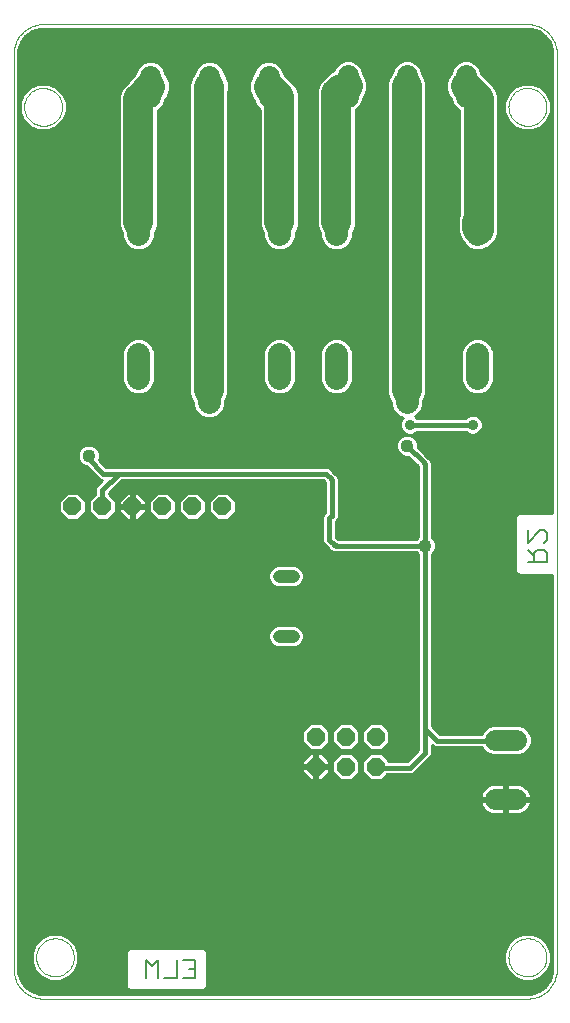
<source format=gbl>
G75*
%MOIN*%
%OFA0B0*%
%FSLAX24Y24*%
%IPPOS*%
%LPD*%
%AMOC8*
5,1,8,0,0,1.08239X$1,22.5*
%
%ADD10C,0.0050*%
%ADD11C,0.0060*%
%ADD12C,0.0000*%
%ADD13OC8,0.0600*%
%ADD14C,0.0780*%
%ADD15C,0.0440*%
%ADD16C,0.0705*%
%ADD17C,0.0357*%
%ADD18C,0.0160*%
%ADD19C,0.0100*%
%ADD20C,0.1000*%
%ADD21C,0.0436*%
D10*
X006585Y006294D02*
X006585Y006904D01*
X006788Y006701D01*
X006992Y006904D01*
X006992Y006294D01*
X007193Y006294D02*
X007600Y006294D01*
X007600Y006904D01*
X007800Y006904D02*
X008207Y006904D01*
X008207Y006294D01*
X007800Y006294D01*
X008004Y006599D02*
X008207Y006599D01*
D11*
X019298Y020157D02*
X019939Y020157D01*
X019939Y020477D01*
X019832Y020584D01*
X019618Y020584D01*
X019512Y020477D01*
X019512Y020157D01*
X019512Y020370D02*
X019298Y020584D01*
X019298Y020801D02*
X019725Y021228D01*
X019832Y021228D01*
X019939Y021122D01*
X019939Y020908D01*
X019832Y020801D01*
X019298Y020801D02*
X019298Y021228D01*
D12*
X019291Y005613D02*
X003149Y005613D01*
X003087Y005615D01*
X003026Y005621D01*
X002965Y005630D01*
X002904Y005644D01*
X002845Y005661D01*
X002787Y005682D01*
X002730Y005707D01*
X002675Y005735D01*
X002622Y005766D01*
X002571Y005801D01*
X002522Y005839D01*
X002475Y005880D01*
X002432Y005923D01*
X002391Y005970D01*
X002353Y006019D01*
X002318Y006070D01*
X002287Y006123D01*
X002259Y006178D01*
X002234Y006235D01*
X002213Y006293D01*
X002196Y006352D01*
X002182Y006413D01*
X002173Y006474D01*
X002167Y006535D01*
X002165Y006597D01*
X002165Y037109D01*
X002167Y037171D01*
X002173Y037232D01*
X002182Y037293D01*
X002196Y037354D01*
X002213Y037413D01*
X002234Y037471D01*
X002259Y037528D01*
X002287Y037583D01*
X002318Y037636D01*
X002353Y037687D01*
X002391Y037736D01*
X002432Y037783D01*
X002475Y037826D01*
X002522Y037867D01*
X002571Y037905D01*
X002622Y037940D01*
X002675Y037971D01*
X002730Y037999D01*
X002787Y038024D01*
X002845Y038045D01*
X002904Y038062D01*
X002965Y038076D01*
X003026Y038085D01*
X003087Y038091D01*
X003149Y038093D01*
X019291Y038093D01*
X019353Y038091D01*
X019414Y038085D01*
X019475Y038076D01*
X019536Y038062D01*
X019595Y038045D01*
X019653Y038024D01*
X019710Y037999D01*
X019765Y037971D01*
X019818Y037940D01*
X019869Y037905D01*
X019918Y037867D01*
X019965Y037826D01*
X020008Y037783D01*
X020049Y037736D01*
X020087Y037687D01*
X020122Y037636D01*
X020153Y037583D01*
X020181Y037528D01*
X020206Y037471D01*
X020227Y037413D01*
X020244Y037354D01*
X020258Y037293D01*
X020267Y037232D01*
X020273Y037171D01*
X020275Y037109D01*
X020275Y006597D01*
X020273Y006535D01*
X020267Y006474D01*
X020258Y006413D01*
X020244Y006352D01*
X020227Y006293D01*
X020206Y006235D01*
X020181Y006178D01*
X020153Y006123D01*
X020122Y006070D01*
X020087Y006019D01*
X020049Y005970D01*
X020008Y005923D01*
X019965Y005880D01*
X019918Y005839D01*
X019869Y005801D01*
X019818Y005766D01*
X019765Y005735D01*
X019710Y005707D01*
X019653Y005682D01*
X019595Y005661D01*
X019536Y005644D01*
X019475Y005630D01*
X019414Y005621D01*
X019353Y005615D01*
X019291Y005613D01*
X018661Y006991D02*
X018663Y007041D01*
X018669Y007091D01*
X018679Y007140D01*
X018693Y007188D01*
X018710Y007235D01*
X018731Y007280D01*
X018756Y007324D01*
X018784Y007365D01*
X018816Y007404D01*
X018850Y007441D01*
X018887Y007475D01*
X018927Y007505D01*
X018969Y007532D01*
X019013Y007556D01*
X019059Y007577D01*
X019106Y007593D01*
X019154Y007606D01*
X019204Y007615D01*
X019253Y007620D01*
X019304Y007621D01*
X019354Y007618D01*
X019403Y007611D01*
X019452Y007600D01*
X019500Y007585D01*
X019546Y007567D01*
X019591Y007545D01*
X019634Y007519D01*
X019675Y007490D01*
X019714Y007458D01*
X019750Y007423D01*
X019782Y007385D01*
X019812Y007345D01*
X019839Y007302D01*
X019862Y007258D01*
X019881Y007212D01*
X019897Y007164D01*
X019909Y007115D01*
X019917Y007066D01*
X019921Y007016D01*
X019921Y006966D01*
X019917Y006916D01*
X019909Y006867D01*
X019897Y006818D01*
X019881Y006770D01*
X019862Y006724D01*
X019839Y006680D01*
X019812Y006637D01*
X019782Y006597D01*
X019750Y006559D01*
X019714Y006524D01*
X019675Y006492D01*
X019634Y006463D01*
X019591Y006437D01*
X019546Y006415D01*
X019500Y006397D01*
X019452Y006382D01*
X019403Y006371D01*
X019354Y006364D01*
X019304Y006361D01*
X019253Y006362D01*
X019204Y006367D01*
X019154Y006376D01*
X019106Y006389D01*
X019059Y006405D01*
X019013Y006426D01*
X018969Y006450D01*
X018927Y006477D01*
X018887Y006507D01*
X018850Y006541D01*
X018816Y006578D01*
X018784Y006617D01*
X018756Y006658D01*
X018731Y006702D01*
X018710Y006747D01*
X018693Y006794D01*
X018679Y006842D01*
X018669Y006891D01*
X018663Y006941D01*
X018661Y006991D01*
X002913Y006991D02*
X002915Y007041D01*
X002921Y007091D01*
X002931Y007140D01*
X002945Y007188D01*
X002962Y007235D01*
X002983Y007280D01*
X003008Y007324D01*
X003036Y007365D01*
X003068Y007404D01*
X003102Y007441D01*
X003139Y007475D01*
X003179Y007505D01*
X003221Y007532D01*
X003265Y007556D01*
X003311Y007577D01*
X003358Y007593D01*
X003406Y007606D01*
X003456Y007615D01*
X003505Y007620D01*
X003556Y007621D01*
X003606Y007618D01*
X003655Y007611D01*
X003704Y007600D01*
X003752Y007585D01*
X003798Y007567D01*
X003843Y007545D01*
X003886Y007519D01*
X003927Y007490D01*
X003966Y007458D01*
X004002Y007423D01*
X004034Y007385D01*
X004064Y007345D01*
X004091Y007302D01*
X004114Y007258D01*
X004133Y007212D01*
X004149Y007164D01*
X004161Y007115D01*
X004169Y007066D01*
X004173Y007016D01*
X004173Y006966D01*
X004169Y006916D01*
X004161Y006867D01*
X004149Y006818D01*
X004133Y006770D01*
X004114Y006724D01*
X004091Y006680D01*
X004064Y006637D01*
X004034Y006597D01*
X004002Y006559D01*
X003966Y006524D01*
X003927Y006492D01*
X003886Y006463D01*
X003843Y006437D01*
X003798Y006415D01*
X003752Y006397D01*
X003704Y006382D01*
X003655Y006371D01*
X003606Y006364D01*
X003556Y006361D01*
X003505Y006362D01*
X003456Y006367D01*
X003406Y006376D01*
X003358Y006389D01*
X003311Y006405D01*
X003265Y006426D01*
X003221Y006450D01*
X003179Y006477D01*
X003139Y006507D01*
X003102Y006541D01*
X003068Y006578D01*
X003036Y006617D01*
X003008Y006658D01*
X002983Y006702D01*
X002962Y006747D01*
X002945Y006794D01*
X002931Y006842D01*
X002921Y006891D01*
X002915Y006941D01*
X002913Y006991D01*
X002519Y035337D02*
X002521Y035387D01*
X002527Y035437D01*
X002537Y035486D01*
X002551Y035534D01*
X002568Y035581D01*
X002589Y035626D01*
X002614Y035670D01*
X002642Y035711D01*
X002674Y035750D01*
X002708Y035787D01*
X002745Y035821D01*
X002785Y035851D01*
X002827Y035878D01*
X002871Y035902D01*
X002917Y035923D01*
X002964Y035939D01*
X003012Y035952D01*
X003062Y035961D01*
X003111Y035966D01*
X003162Y035967D01*
X003212Y035964D01*
X003261Y035957D01*
X003310Y035946D01*
X003358Y035931D01*
X003404Y035913D01*
X003449Y035891D01*
X003492Y035865D01*
X003533Y035836D01*
X003572Y035804D01*
X003608Y035769D01*
X003640Y035731D01*
X003670Y035691D01*
X003697Y035648D01*
X003720Y035604D01*
X003739Y035558D01*
X003755Y035510D01*
X003767Y035461D01*
X003775Y035412D01*
X003779Y035362D01*
X003779Y035312D01*
X003775Y035262D01*
X003767Y035213D01*
X003755Y035164D01*
X003739Y035116D01*
X003720Y035070D01*
X003697Y035026D01*
X003670Y034983D01*
X003640Y034943D01*
X003608Y034905D01*
X003572Y034870D01*
X003533Y034838D01*
X003492Y034809D01*
X003449Y034783D01*
X003404Y034761D01*
X003358Y034743D01*
X003310Y034728D01*
X003261Y034717D01*
X003212Y034710D01*
X003162Y034707D01*
X003111Y034708D01*
X003062Y034713D01*
X003012Y034722D01*
X002964Y034735D01*
X002917Y034751D01*
X002871Y034772D01*
X002827Y034796D01*
X002785Y034823D01*
X002745Y034853D01*
X002708Y034887D01*
X002674Y034924D01*
X002642Y034963D01*
X002614Y035004D01*
X002589Y035048D01*
X002568Y035093D01*
X002551Y035140D01*
X002537Y035188D01*
X002527Y035237D01*
X002521Y035287D01*
X002519Y035337D01*
X018661Y035337D02*
X018663Y035387D01*
X018669Y035437D01*
X018679Y035486D01*
X018693Y035534D01*
X018710Y035581D01*
X018731Y035626D01*
X018756Y035670D01*
X018784Y035711D01*
X018816Y035750D01*
X018850Y035787D01*
X018887Y035821D01*
X018927Y035851D01*
X018969Y035878D01*
X019013Y035902D01*
X019059Y035923D01*
X019106Y035939D01*
X019154Y035952D01*
X019204Y035961D01*
X019253Y035966D01*
X019304Y035967D01*
X019354Y035964D01*
X019403Y035957D01*
X019452Y035946D01*
X019500Y035931D01*
X019546Y035913D01*
X019591Y035891D01*
X019634Y035865D01*
X019675Y035836D01*
X019714Y035804D01*
X019750Y035769D01*
X019782Y035731D01*
X019812Y035691D01*
X019839Y035648D01*
X019862Y035604D01*
X019881Y035558D01*
X019897Y035510D01*
X019909Y035461D01*
X019917Y035412D01*
X019921Y035362D01*
X019921Y035312D01*
X019917Y035262D01*
X019909Y035213D01*
X019897Y035164D01*
X019881Y035116D01*
X019862Y035070D01*
X019839Y035026D01*
X019812Y034983D01*
X019782Y034943D01*
X019750Y034905D01*
X019714Y034870D01*
X019675Y034838D01*
X019634Y034809D01*
X019591Y034783D01*
X019546Y034761D01*
X019500Y034743D01*
X019452Y034728D01*
X019403Y034717D01*
X019354Y034710D01*
X019304Y034707D01*
X019253Y034708D01*
X019204Y034713D01*
X019154Y034722D01*
X019106Y034735D01*
X019059Y034751D01*
X019013Y034772D01*
X018969Y034796D01*
X018927Y034823D01*
X018887Y034853D01*
X018850Y034887D01*
X018816Y034924D01*
X018784Y034963D01*
X018756Y035004D01*
X018731Y035048D01*
X018710Y035093D01*
X018693Y035140D01*
X018679Y035188D01*
X018669Y035237D01*
X018663Y035287D01*
X018661Y035337D01*
D13*
X009117Y022023D03*
X008117Y022023D03*
X007117Y022023D03*
X006117Y022023D03*
X005117Y022023D03*
X004117Y022023D03*
X012244Y014345D03*
X012244Y013345D03*
X013244Y013345D03*
X013244Y014345D03*
X014244Y014345D03*
X014244Y013345D03*
D14*
X015274Y025505D02*
X015274Y026285D01*
X017624Y026305D02*
X017624Y027085D01*
X017624Y031105D02*
X017624Y031885D01*
X012924Y031885D02*
X012924Y031105D01*
X011024Y031105D02*
X011024Y031885D01*
X011024Y027085D02*
X011024Y026305D01*
X012924Y026305D02*
X012924Y027085D01*
X008674Y026285D02*
X008674Y025505D01*
X006324Y026305D02*
X006324Y027085D01*
X006324Y031105D02*
X006324Y031885D01*
D15*
X011024Y019695D02*
X011464Y019695D01*
X011464Y017695D02*
X011024Y017695D01*
D16*
X018221Y014229D02*
X018926Y014229D01*
X018926Y012261D02*
X018221Y012261D01*
X017242Y035684D02*
X017242Y036389D01*
X015274Y036389D02*
X015274Y035684D01*
X013305Y035684D02*
X013305Y036389D01*
X010662Y036369D02*
X010662Y035664D01*
X008694Y035664D02*
X008694Y036369D01*
X006725Y036369D02*
X006725Y035664D01*
D17*
X012674Y023645D03*
X013044Y021245D03*
X015374Y024745D03*
X017035Y025199D03*
X017468Y024745D03*
X019135Y022256D03*
D18*
X017468Y024745D02*
X015374Y024745D01*
X015274Y024045D02*
X015832Y023487D01*
X015868Y023399D02*
X015868Y020716D01*
X012920Y020716D01*
X012832Y020752D02*
X012668Y020916D01*
X012668Y021564D01*
X012705Y021652D02*
X012768Y021716D01*
X012768Y022864D01*
X012732Y022952D02*
X012568Y023116D01*
X005668Y023116D01*
X005117Y022565D01*
X005117Y022023D01*
X005143Y023116D02*
X005668Y023116D01*
X005143Y023116D02*
X004632Y023627D01*
X012674Y023645D02*
X012839Y023645D01*
X013068Y023416D01*
X013068Y021169D01*
X012920Y020716D02*
X012900Y020718D01*
X012881Y020722D01*
X012863Y020730D01*
X012847Y020740D01*
X012832Y020753D01*
X012668Y021564D02*
X012670Y021584D01*
X012674Y021603D01*
X012682Y021621D01*
X012692Y021637D01*
X012705Y021652D01*
X012768Y022864D02*
X012766Y022884D01*
X012762Y022903D01*
X012754Y022921D01*
X012744Y022937D01*
X012731Y022952D01*
X012774Y023645D02*
X012674Y023645D01*
X012924Y026695D02*
X012932Y026703D01*
X012968Y026791D02*
X012968Y026816D01*
X012968Y026791D02*
X012966Y026771D01*
X012962Y026752D01*
X012954Y026734D01*
X012944Y026718D01*
X012931Y026703D01*
X015831Y023487D02*
X015844Y023472D01*
X015854Y023456D01*
X015862Y023438D01*
X015866Y023419D01*
X015868Y023399D01*
X015868Y020716D02*
X015868Y014616D01*
X015868Y013816D01*
X015368Y013316D01*
X014273Y013316D01*
X014244Y013345D01*
X015868Y014616D02*
X016268Y014216D01*
X018561Y014216D01*
X018574Y014229D01*
D19*
X019026Y013727D02*
X018121Y013727D01*
X017937Y013803D01*
X017795Y013944D01*
X017778Y013986D01*
X016173Y013986D01*
X016098Y014061D01*
X016098Y013721D01*
X015463Y013086D01*
X014621Y013086D01*
X014430Y012895D01*
X014058Y012895D01*
X013794Y013158D01*
X013794Y013531D01*
X014058Y013795D01*
X014430Y013795D01*
X014679Y013546D01*
X015273Y013546D01*
X015638Y013911D01*
X015638Y020425D01*
X015578Y020486D01*
X012825Y020486D01*
X012807Y020503D01*
X012761Y020522D01*
X012736Y020522D01*
X012719Y020540D01*
X012719Y020540D01*
X012669Y020590D01*
X012602Y020657D01*
X012438Y020821D01*
X012438Y021659D01*
X012456Y021677D01*
X012475Y021723D01*
X012475Y021748D01*
X012492Y021765D01*
X012492Y021765D01*
X012538Y021811D01*
X012538Y022821D01*
X012502Y022857D01*
X012473Y022886D01*
X005763Y022886D01*
X005347Y022470D01*
X005347Y022430D01*
X005567Y022210D01*
X005567Y021837D01*
X005304Y021573D01*
X004931Y021573D01*
X004667Y021837D01*
X004667Y022210D01*
X004887Y022430D01*
X004887Y022660D01*
X005022Y022795D01*
X005113Y022886D01*
X005048Y022886D01*
X004913Y023021D01*
X004580Y023354D01*
X004460Y023404D01*
X004356Y023507D01*
X004300Y023643D01*
X004300Y023789D01*
X004356Y023924D01*
X004460Y024028D01*
X004595Y024084D01*
X004741Y024084D01*
X004877Y024028D01*
X004980Y023924D01*
X005036Y023789D01*
X005036Y023643D01*
X005009Y023576D01*
X005238Y023346D01*
X012663Y023346D01*
X012827Y023182D01*
X012894Y023115D01*
X012944Y023065D01*
X012944Y023065D01*
X012962Y023048D01*
X012962Y023023D01*
X012981Y022977D01*
X012998Y022959D01*
X012998Y021621D01*
X012935Y021557D01*
X012898Y021521D01*
X012898Y021011D01*
X012927Y020982D01*
X012963Y020946D01*
X015578Y020946D01*
X015638Y021006D01*
X015638Y023355D01*
X015602Y023392D01*
X015602Y023392D01*
X015317Y023677D01*
X015201Y023677D01*
X015065Y023733D01*
X014962Y023836D01*
X014906Y023972D01*
X014906Y024118D01*
X014962Y024253D01*
X015065Y024357D01*
X015201Y024413D01*
X015347Y024413D01*
X015482Y024357D01*
X015586Y024253D01*
X015642Y024118D01*
X015642Y024002D01*
X015927Y023717D01*
X015927Y023717D01*
X015994Y023650D01*
X015994Y023650D01*
X016044Y023600D01*
X016044Y023600D01*
X016062Y023582D01*
X016062Y023558D01*
X016081Y023512D01*
X016098Y023494D01*
X016098Y021006D01*
X016180Y020924D01*
X016236Y020789D01*
X016236Y020643D01*
X016180Y020507D01*
X016098Y020425D01*
X016098Y014711D01*
X016363Y014446D01*
X017767Y014446D01*
X017795Y014514D01*
X017937Y014655D01*
X018121Y014732D01*
X019026Y014732D01*
X019211Y014655D01*
X019352Y014514D01*
X019429Y014329D01*
X019429Y014129D01*
X019352Y013944D01*
X019211Y013803D01*
X019026Y013727D01*
X019175Y013788D02*
X020125Y013788D01*
X020125Y013690D02*
X016067Y013690D01*
X016098Y013788D02*
X017972Y013788D01*
X017853Y013887D02*
X016098Y013887D01*
X016098Y013985D02*
X017778Y013985D01*
X017781Y014478D02*
X016331Y014478D01*
X016233Y014576D02*
X017858Y014576D01*
X017984Y014675D02*
X016134Y014675D01*
X016098Y014773D02*
X020125Y014773D01*
X020125Y014675D02*
X019163Y014675D01*
X019290Y014576D02*
X020125Y014576D01*
X020125Y014478D02*
X019367Y014478D01*
X019408Y014379D02*
X020125Y014379D01*
X020125Y014281D02*
X019429Y014281D01*
X019429Y014182D02*
X020125Y014182D01*
X020125Y014084D02*
X019410Y014084D01*
X019369Y013985D02*
X020125Y013985D01*
X020125Y013887D02*
X019295Y013887D01*
X019044Y012751D02*
X018966Y012763D01*
X018624Y012763D01*
X018624Y012311D01*
X018524Y012311D01*
X018524Y012763D01*
X018182Y012763D01*
X018104Y012751D01*
X018028Y012726D01*
X017958Y012690D01*
X017894Y012644D01*
X017838Y012588D01*
X017792Y012524D01*
X017756Y012454D01*
X017731Y012378D01*
X017721Y012311D01*
X002315Y012311D01*
X002315Y012409D02*
X017741Y012409D01*
X017721Y012311D02*
X018524Y012311D01*
X018624Y012311D01*
X019427Y012311D01*
X020125Y012311D01*
X020125Y012409D02*
X019406Y012409D01*
X019417Y012378D02*
X019392Y012454D01*
X019356Y012524D01*
X019310Y012588D01*
X019254Y012644D01*
X019190Y012690D01*
X019119Y012726D01*
X019044Y012751D01*
X019161Y012705D02*
X020125Y012705D01*
X020125Y012803D02*
X002315Y012803D01*
X002315Y012705D02*
X017986Y012705D01*
X017856Y012606D02*
X002315Y012606D01*
X002315Y012508D02*
X017783Y012508D01*
X017721Y012211D02*
X017731Y012143D01*
X017756Y012068D01*
X017792Y011997D01*
X017838Y011933D01*
X017894Y011877D01*
X017958Y011831D01*
X018028Y011795D01*
X018104Y011770D01*
X018182Y011758D01*
X018524Y011758D01*
X018524Y012211D01*
X017721Y012211D01*
X017741Y012114D02*
X002315Y012114D01*
X002315Y012212D02*
X018524Y012212D01*
X018524Y012211D02*
X018524Y012311D01*
X018524Y012409D02*
X018624Y012409D01*
X018624Y012311D02*
X018624Y012211D01*
X019427Y012211D01*
X019417Y012143D01*
X019392Y012068D01*
X019356Y011997D01*
X019310Y011933D01*
X019254Y011877D01*
X019190Y011831D01*
X019119Y011795D01*
X019044Y011770D01*
X018966Y011758D01*
X018624Y011758D01*
X018624Y012211D01*
X018524Y012211D01*
X018524Y012114D02*
X018624Y012114D01*
X018624Y012212D02*
X020125Y012212D01*
X020125Y012114D02*
X019407Y012114D01*
X019365Y012015D02*
X020125Y012015D01*
X020125Y011917D02*
X019293Y011917D01*
X019165Y011818D02*
X020125Y011818D01*
X020125Y011720D02*
X002315Y011720D01*
X002315Y011818D02*
X017982Y011818D01*
X017854Y011917D02*
X002315Y011917D01*
X002315Y012015D02*
X017782Y012015D01*
X018524Y012015D02*
X018624Y012015D01*
X018624Y011917D02*
X018524Y011917D01*
X018524Y011818D02*
X018624Y011818D01*
X018624Y012508D02*
X018524Y012508D01*
X018524Y012606D02*
X018624Y012606D01*
X018624Y012705D02*
X018524Y012705D01*
X019291Y012606D02*
X020125Y012606D01*
X020125Y012508D02*
X019364Y012508D01*
X019417Y012378D02*
X019427Y012311D01*
X020125Y012902D02*
X014437Y012902D01*
X014536Y013000D02*
X020125Y013000D01*
X020125Y013099D02*
X015476Y013099D01*
X015575Y013197D02*
X020125Y013197D01*
X020125Y013296D02*
X015673Y013296D01*
X015772Y013394D02*
X020125Y013394D01*
X020125Y013493D02*
X015870Y013493D01*
X015969Y013591D02*
X020125Y013591D01*
X020125Y014872D02*
X016098Y014872D01*
X016098Y014970D02*
X020125Y014970D01*
X020125Y015069D02*
X016098Y015069D01*
X016098Y015167D02*
X020125Y015167D01*
X020125Y015266D02*
X016098Y015266D01*
X016098Y015364D02*
X020125Y015364D01*
X020125Y015463D02*
X016098Y015463D01*
X016098Y015561D02*
X020125Y015561D01*
X020125Y015660D02*
X016098Y015660D01*
X016098Y015758D02*
X020125Y015758D01*
X020125Y015857D02*
X016098Y015857D01*
X016098Y015955D02*
X020125Y015955D01*
X020125Y016054D02*
X016098Y016054D01*
X016098Y016152D02*
X020125Y016152D01*
X020125Y016251D02*
X016098Y016251D01*
X016098Y016349D02*
X020125Y016349D01*
X020125Y016448D02*
X016098Y016448D01*
X016098Y016546D02*
X020125Y016546D01*
X020125Y016645D02*
X016098Y016645D01*
X016098Y016743D02*
X020125Y016743D01*
X020125Y016842D02*
X016098Y016842D01*
X016098Y016940D02*
X020125Y016940D01*
X020125Y017039D02*
X016098Y017039D01*
X016098Y017137D02*
X020125Y017137D01*
X020125Y017236D02*
X016098Y017236D01*
X016098Y017334D02*
X020125Y017334D01*
X020125Y017433D02*
X016098Y017433D01*
X016098Y017531D02*
X020125Y017531D01*
X020125Y017630D02*
X016098Y017630D01*
X016098Y017728D02*
X020125Y017728D01*
X020125Y017827D02*
X016098Y017827D01*
X016098Y017925D02*
X020125Y017925D01*
X020125Y018024D02*
X016098Y018024D01*
X016098Y018122D02*
X020125Y018122D01*
X020125Y018221D02*
X016098Y018221D01*
X016098Y018319D02*
X020125Y018319D01*
X020125Y018418D02*
X016098Y018418D01*
X016098Y018516D02*
X020125Y018516D01*
X020125Y018615D02*
X016098Y018615D01*
X016098Y018713D02*
X020125Y018713D01*
X020125Y018812D02*
X016098Y018812D01*
X016098Y018910D02*
X020125Y018910D01*
X020125Y019009D02*
X016098Y019009D01*
X016098Y019107D02*
X020125Y019107D01*
X020125Y019206D02*
X016098Y019206D01*
X016098Y019304D02*
X020125Y019304D01*
X020125Y019403D02*
X016098Y019403D01*
X016098Y019501D02*
X020125Y019501D01*
X020125Y019600D02*
X016098Y019600D01*
X016098Y019698D02*
X020125Y019698D01*
X020125Y019750D02*
X020125Y006597D01*
X020115Y006466D01*
X020034Y006218D01*
X019881Y006007D01*
X019670Y005854D01*
X019422Y005773D01*
X019291Y005763D01*
X003149Y005763D01*
X003019Y005773D01*
X002771Y005854D01*
X002559Y006007D01*
X002406Y006218D01*
X002325Y006466D01*
X002315Y006597D01*
X002315Y037109D01*
X002325Y037239D01*
X002406Y037488D01*
X002559Y037699D01*
X002771Y037852D01*
X003019Y037933D01*
X003149Y037943D01*
X019291Y037943D01*
X019422Y037933D01*
X019670Y037852D01*
X019881Y037699D01*
X020034Y037488D01*
X020115Y037239D01*
X020125Y037109D01*
X020125Y021799D01*
X019025Y021799D01*
X019006Y021797D01*
X018987Y021792D01*
X018968Y021784D01*
X018951Y021774D01*
X018936Y021762D01*
X018922Y021748D01*
X018910Y021733D01*
X018900Y021716D01*
X018892Y021698D01*
X018887Y021679D01*
X018885Y021659D01*
X018885Y019890D01*
X018887Y019871D01*
X018892Y019852D01*
X018900Y019833D01*
X018910Y019816D01*
X018922Y019801D01*
X018936Y019787D01*
X018951Y019775D01*
X018968Y019765D01*
X018987Y019758D01*
X019006Y019752D01*
X019025Y019750D01*
X020125Y019750D01*
X018926Y019797D02*
X016098Y019797D01*
X016098Y019895D02*
X018885Y019895D01*
X018885Y019994D02*
X016098Y019994D01*
X016098Y020092D02*
X018885Y020092D01*
X018885Y020191D02*
X016098Y020191D01*
X016098Y020289D02*
X018885Y020289D01*
X018885Y020388D02*
X016098Y020388D01*
X016159Y020486D02*
X018885Y020486D01*
X018885Y020585D02*
X016212Y020585D01*
X016236Y020683D02*
X018885Y020683D01*
X018885Y020782D02*
X016236Y020782D01*
X016198Y020880D02*
X018885Y020880D01*
X018885Y020979D02*
X016126Y020979D01*
X016098Y021077D02*
X018885Y021077D01*
X018885Y021176D02*
X016098Y021176D01*
X016098Y021274D02*
X018885Y021274D01*
X018885Y021373D02*
X016098Y021373D01*
X016098Y021471D02*
X018885Y021471D01*
X018885Y021570D02*
X016098Y021570D01*
X016098Y021668D02*
X018886Y021668D01*
X018942Y021767D02*
X016098Y021767D01*
X016098Y021865D02*
X020125Y021865D01*
X020125Y021964D02*
X016098Y021964D01*
X016098Y022062D02*
X020125Y022062D01*
X020125Y022161D02*
X016098Y022161D01*
X016098Y022259D02*
X020125Y022259D01*
X020125Y022358D02*
X016098Y022358D01*
X016098Y022456D02*
X020125Y022456D01*
X020125Y022555D02*
X016098Y022555D01*
X016098Y022653D02*
X020125Y022653D01*
X020125Y022752D02*
X016098Y022752D01*
X016098Y022850D02*
X020125Y022850D01*
X020125Y022949D02*
X016098Y022949D01*
X016098Y023047D02*
X020125Y023047D01*
X020125Y023146D02*
X016098Y023146D01*
X016098Y023244D02*
X020125Y023244D01*
X020125Y023343D02*
X016098Y023343D01*
X016098Y023441D02*
X020125Y023441D01*
X020125Y023540D02*
X016069Y023540D01*
X016006Y023638D02*
X020125Y023638D01*
X020125Y023737D02*
X015907Y023737D01*
X015809Y023835D02*
X020125Y023835D01*
X020125Y023934D02*
X015710Y023934D01*
X015642Y024032D02*
X020125Y024032D01*
X020125Y024131D02*
X015637Y024131D01*
X015596Y024229D02*
X020125Y024229D01*
X020125Y024328D02*
X015511Y024328D01*
X015464Y024426D02*
X017377Y024426D01*
X017402Y024416D02*
X017533Y024416D01*
X017654Y024466D01*
X017746Y024559D01*
X017796Y024679D01*
X017796Y024810D01*
X017746Y024931D01*
X017654Y025024D01*
X017533Y025074D01*
X017402Y025074D01*
X017281Y025024D01*
X017233Y024975D01*
X015609Y024975D01*
X015560Y025024D01*
X015542Y025031D01*
X015580Y025047D01*
X015732Y025199D01*
X015814Y025397D01*
X015814Y025516D01*
X015825Y025527D01*
X015924Y025766D01*
X015924Y036166D01*
X015825Y036405D01*
X015776Y036454D01*
X015776Y036489D01*
X015700Y036674D01*
X015559Y036815D01*
X015374Y036892D01*
X015174Y036892D01*
X014989Y036815D01*
X014848Y036674D01*
X014771Y036489D01*
X014771Y036454D01*
X014723Y036405D01*
X014624Y036166D01*
X014624Y025766D01*
X014723Y025527D01*
X014734Y025516D01*
X014734Y025397D01*
X014816Y025199D01*
X014968Y025047D01*
X015140Y024976D01*
X015095Y024931D01*
X015045Y024810D01*
X015045Y024679D01*
X015095Y024559D01*
X015188Y024466D01*
X015308Y024416D01*
X015439Y024416D01*
X015560Y024466D01*
X015609Y024515D01*
X017233Y024515D01*
X017281Y024466D01*
X017402Y024416D01*
X017558Y024426D02*
X020125Y024426D01*
X020125Y024525D02*
X017713Y024525D01*
X017773Y024623D02*
X020125Y024623D01*
X020125Y024722D02*
X017796Y024722D01*
X017792Y024820D02*
X020125Y024820D01*
X020125Y024919D02*
X017751Y024919D01*
X017660Y025017D02*
X020125Y025017D01*
X020125Y025116D02*
X015649Y025116D01*
X015566Y025017D02*
X017275Y025017D01*
X017516Y025765D02*
X017318Y025847D01*
X017166Y025999D01*
X017084Y026197D01*
X017084Y027192D01*
X017166Y027391D01*
X017318Y027543D01*
X017516Y027625D01*
X017731Y027625D01*
X017930Y027543D01*
X018082Y027391D01*
X018164Y027192D01*
X018164Y026197D01*
X018082Y025999D01*
X017930Y025847D01*
X017731Y025765D01*
X017516Y025765D01*
X017419Y025805D02*
X015924Y025805D01*
X015924Y025904D02*
X017261Y025904D01*
X017165Y026002D02*
X015924Y026002D01*
X015924Y026101D02*
X017124Y026101D01*
X017084Y026199D02*
X015924Y026199D01*
X015924Y026298D02*
X017084Y026298D01*
X017084Y026396D02*
X015924Y026396D01*
X015924Y026495D02*
X017084Y026495D01*
X017084Y026593D02*
X015924Y026593D01*
X015924Y026692D02*
X017084Y026692D01*
X017084Y026790D02*
X015924Y026790D01*
X015924Y026889D02*
X017084Y026889D01*
X017084Y026987D02*
X015924Y026987D01*
X015924Y027086D02*
X017084Y027086D01*
X017084Y027184D02*
X015924Y027184D01*
X015924Y027283D02*
X017121Y027283D01*
X017162Y027381D02*
X015924Y027381D01*
X015924Y027480D02*
X017255Y027480D01*
X017404Y027578D02*
X015924Y027578D01*
X015924Y027677D02*
X020125Y027677D01*
X020125Y027775D02*
X015924Y027775D01*
X015924Y027874D02*
X020125Y027874D01*
X020125Y027972D02*
X015924Y027972D01*
X015924Y028071D02*
X020125Y028071D01*
X020125Y028169D02*
X015924Y028169D01*
X015924Y028268D02*
X020125Y028268D01*
X020125Y028366D02*
X015924Y028366D01*
X015924Y028465D02*
X020125Y028465D01*
X020125Y028563D02*
X015924Y028563D01*
X015924Y028662D02*
X020125Y028662D01*
X020125Y028760D02*
X015924Y028760D01*
X015924Y028859D02*
X020125Y028859D01*
X020125Y028957D02*
X015924Y028957D01*
X015924Y029056D02*
X020125Y029056D01*
X020125Y029154D02*
X015924Y029154D01*
X015924Y029253D02*
X020125Y029253D01*
X020125Y029351D02*
X015924Y029351D01*
X015924Y029450D02*
X020125Y029450D01*
X020125Y029548D02*
X015924Y029548D01*
X015924Y029647D02*
X020125Y029647D01*
X020125Y029745D02*
X015924Y029745D01*
X015924Y029844D02*
X020125Y029844D01*
X020125Y029942D02*
X015924Y029942D01*
X015924Y030041D02*
X020125Y030041D01*
X020125Y030139D02*
X015924Y030139D01*
X015924Y030238D02*
X020125Y030238D01*
X020125Y030336D02*
X015924Y030336D01*
X015924Y030435D02*
X020125Y030435D01*
X020125Y030533D02*
X015924Y030533D01*
X015924Y030632D02*
X017355Y030632D01*
X017318Y030647D02*
X017516Y030565D01*
X017731Y030565D01*
X017930Y030647D01*
X017930Y030647D01*
X018042Y030694D01*
X018225Y030877D01*
X018324Y031116D01*
X018324Y035735D01*
X018225Y035974D01*
X017745Y036454D01*
X017745Y036489D01*
X017668Y036674D01*
X017527Y036815D01*
X017342Y036892D01*
X017142Y036892D01*
X016958Y036815D01*
X016816Y036674D01*
X016740Y036489D01*
X016740Y036454D01*
X016691Y036405D01*
X016592Y036166D01*
X016592Y035908D01*
X016691Y035669D01*
X016740Y035620D01*
X016740Y035585D01*
X016816Y035400D01*
X016958Y035258D01*
X017024Y035231D01*
X017024Y031745D01*
X016974Y031624D01*
X016974Y031166D01*
X017073Y030927D01*
X017123Y030877D01*
X017142Y030858D01*
X017166Y030799D01*
X017318Y030647D01*
X017235Y030730D02*
X015924Y030730D01*
X015924Y030829D02*
X017154Y030829D01*
X017073Y030927D02*
X015924Y030927D01*
X015924Y031026D02*
X017032Y031026D01*
X016991Y031124D02*
X015924Y031124D01*
X015924Y031223D02*
X016974Y031223D01*
X016974Y031321D02*
X015924Y031321D01*
X015924Y031420D02*
X016974Y031420D01*
X016974Y031518D02*
X015924Y031518D01*
X015924Y031617D02*
X016974Y031617D01*
X017012Y031715D02*
X015924Y031715D01*
X015924Y031814D02*
X017024Y031814D01*
X017024Y031912D02*
X015924Y031912D01*
X015924Y032011D02*
X017024Y032011D01*
X017024Y032109D02*
X015924Y032109D01*
X015924Y032208D02*
X017024Y032208D01*
X017024Y032306D02*
X015924Y032306D01*
X015924Y032405D02*
X017024Y032405D01*
X017024Y032503D02*
X015924Y032503D01*
X015924Y032602D02*
X017024Y032602D01*
X017024Y032700D02*
X015924Y032700D01*
X015924Y032799D02*
X017024Y032799D01*
X017024Y032897D02*
X015924Y032897D01*
X015924Y032996D02*
X017024Y032996D01*
X017024Y033094D02*
X015924Y033094D01*
X015924Y033193D02*
X017024Y033193D01*
X017024Y033291D02*
X015924Y033291D01*
X015924Y033390D02*
X017024Y033390D01*
X017024Y033488D02*
X015924Y033488D01*
X015924Y033587D02*
X017024Y033587D01*
X017024Y033685D02*
X015924Y033685D01*
X015924Y033784D02*
X017024Y033784D01*
X017024Y033882D02*
X015924Y033882D01*
X015924Y033981D02*
X017024Y033981D01*
X017024Y034079D02*
X015924Y034079D01*
X015924Y034178D02*
X017024Y034178D01*
X017024Y034276D02*
X015924Y034276D01*
X015924Y034375D02*
X017024Y034375D01*
X017024Y034473D02*
X015924Y034473D01*
X015924Y034572D02*
X017024Y034572D01*
X017024Y034670D02*
X015924Y034670D01*
X015924Y034769D02*
X017024Y034769D01*
X017024Y034867D02*
X015924Y034867D01*
X015924Y034966D02*
X017024Y034966D01*
X017024Y035064D02*
X015924Y035064D01*
X015924Y035163D02*
X017024Y035163D01*
X016955Y035261D02*
X015924Y035261D01*
X015924Y035360D02*
X016856Y035360D01*
X016792Y035458D02*
X015924Y035458D01*
X015924Y035557D02*
X016751Y035557D01*
X016705Y035655D02*
X015924Y035655D01*
X015924Y035754D02*
X016656Y035754D01*
X016615Y035852D02*
X015924Y035852D01*
X015924Y035951D02*
X016592Y035951D01*
X016592Y036049D02*
X015924Y036049D01*
X015924Y036148D02*
X016592Y036148D01*
X016626Y036246D02*
X015891Y036246D01*
X015850Y036345D02*
X016666Y036345D01*
X016730Y036443D02*
X015787Y036443D01*
X015755Y036542D02*
X016762Y036542D01*
X016802Y036640D02*
X015714Y036640D01*
X015635Y036739D02*
X016881Y036739D01*
X017011Y036837D02*
X015506Y036837D01*
X015042Y036837D02*
X013537Y036837D01*
X013590Y036815D02*
X013405Y036892D01*
X013205Y036892D01*
X013021Y036815D01*
X012879Y036674D01*
X012826Y036546D01*
X012706Y036496D01*
X012523Y036313D01*
X012373Y036163D01*
X012274Y035924D01*
X012274Y031366D01*
X012373Y031127D01*
X012384Y031116D01*
X012384Y030997D01*
X012466Y030799D01*
X012618Y030647D01*
X012816Y030565D01*
X013031Y030565D01*
X013230Y030647D01*
X013382Y030799D01*
X013464Y030997D01*
X013464Y031116D01*
X013475Y031127D01*
X013574Y031366D01*
X013574Y035252D01*
X013590Y035258D01*
X013731Y035400D01*
X013808Y035585D01*
X013808Y035620D01*
X013856Y035669D01*
X013955Y035908D01*
X013955Y036166D01*
X013856Y036405D01*
X013808Y036454D01*
X013808Y036489D01*
X013731Y036674D01*
X013590Y036815D01*
X013667Y036739D02*
X014913Y036739D01*
X014834Y036640D02*
X013745Y036640D01*
X013786Y036542D02*
X014793Y036542D01*
X014761Y036443D02*
X013818Y036443D01*
X013881Y036345D02*
X014698Y036345D01*
X014657Y036246D02*
X013922Y036246D01*
X013955Y036148D02*
X014624Y036148D01*
X014624Y036049D02*
X013955Y036049D01*
X013955Y035951D02*
X014624Y035951D01*
X014624Y035852D02*
X013932Y035852D01*
X013892Y035754D02*
X014624Y035754D01*
X014624Y035655D02*
X013843Y035655D01*
X013796Y035557D02*
X014624Y035557D01*
X014624Y035458D02*
X013756Y035458D01*
X013691Y035360D02*
X014624Y035360D01*
X014624Y035261D02*
X013593Y035261D01*
X013574Y035163D02*
X014624Y035163D01*
X014624Y035064D02*
X013574Y035064D01*
X013574Y034966D02*
X014624Y034966D01*
X014624Y034867D02*
X013574Y034867D01*
X013574Y034769D02*
X014624Y034769D01*
X014624Y034670D02*
X013574Y034670D01*
X013574Y034572D02*
X014624Y034572D01*
X014624Y034473D02*
X013574Y034473D01*
X013574Y034375D02*
X014624Y034375D01*
X014624Y034276D02*
X013574Y034276D01*
X013574Y034178D02*
X014624Y034178D01*
X014624Y034079D02*
X013574Y034079D01*
X013574Y033981D02*
X014624Y033981D01*
X014624Y033882D02*
X013574Y033882D01*
X013574Y033784D02*
X014624Y033784D01*
X014624Y033685D02*
X013574Y033685D01*
X013574Y033587D02*
X014624Y033587D01*
X014624Y033488D02*
X013574Y033488D01*
X013574Y033390D02*
X014624Y033390D01*
X014624Y033291D02*
X013574Y033291D01*
X013574Y033193D02*
X014624Y033193D01*
X014624Y033094D02*
X013574Y033094D01*
X013574Y032996D02*
X014624Y032996D01*
X014624Y032897D02*
X013574Y032897D01*
X013574Y032799D02*
X014624Y032799D01*
X014624Y032700D02*
X013574Y032700D01*
X013574Y032602D02*
X014624Y032602D01*
X014624Y032503D02*
X013574Y032503D01*
X013574Y032405D02*
X014624Y032405D01*
X014624Y032306D02*
X013574Y032306D01*
X013574Y032208D02*
X014624Y032208D01*
X014624Y032109D02*
X013574Y032109D01*
X013574Y032011D02*
X014624Y032011D01*
X014624Y031912D02*
X013574Y031912D01*
X013574Y031814D02*
X014624Y031814D01*
X014624Y031715D02*
X013574Y031715D01*
X013574Y031617D02*
X014624Y031617D01*
X014624Y031518D02*
X013574Y031518D01*
X013574Y031420D02*
X014624Y031420D01*
X014624Y031321D02*
X013556Y031321D01*
X013515Y031223D02*
X014624Y031223D01*
X014624Y031124D02*
X013473Y031124D01*
X013464Y031026D02*
X014624Y031026D01*
X014624Y030927D02*
X013435Y030927D01*
X013394Y030829D02*
X014624Y030829D01*
X014624Y030730D02*
X013313Y030730D01*
X013193Y030632D02*
X014624Y030632D01*
X014624Y030533D02*
X009324Y030533D01*
X009324Y030435D02*
X014624Y030435D01*
X014624Y030336D02*
X009324Y030336D01*
X009324Y030238D02*
X014624Y030238D01*
X014624Y030139D02*
X009324Y030139D01*
X009324Y030041D02*
X014624Y030041D01*
X014624Y029942D02*
X009324Y029942D01*
X009324Y029844D02*
X014624Y029844D01*
X014624Y029745D02*
X009324Y029745D01*
X009324Y029647D02*
X014624Y029647D01*
X014624Y029548D02*
X009324Y029548D01*
X009324Y029450D02*
X014624Y029450D01*
X014624Y029351D02*
X009324Y029351D01*
X009324Y029253D02*
X014624Y029253D01*
X014624Y029154D02*
X009324Y029154D01*
X009324Y029056D02*
X014624Y029056D01*
X014624Y028957D02*
X009324Y028957D01*
X009324Y028859D02*
X014624Y028859D01*
X014624Y028760D02*
X009324Y028760D01*
X009324Y028662D02*
X014624Y028662D01*
X014624Y028563D02*
X009324Y028563D01*
X009324Y028465D02*
X014624Y028465D01*
X014624Y028366D02*
X009324Y028366D01*
X009324Y028268D02*
X014624Y028268D01*
X014624Y028169D02*
X009324Y028169D01*
X009324Y028071D02*
X014624Y028071D01*
X014624Y027972D02*
X009324Y027972D01*
X009324Y027874D02*
X014624Y027874D01*
X014624Y027775D02*
X009324Y027775D01*
X009324Y027677D02*
X014624Y027677D01*
X014624Y027578D02*
X013143Y027578D01*
X013230Y027543D02*
X013031Y027625D01*
X012816Y027625D01*
X012618Y027543D01*
X012466Y027391D01*
X012384Y027192D01*
X012384Y026197D01*
X012466Y025999D01*
X012618Y025847D01*
X012816Y025765D01*
X013031Y025765D01*
X013230Y025847D01*
X013382Y025999D01*
X013464Y026197D01*
X013464Y027192D01*
X013382Y027391D01*
X013230Y027543D01*
X013293Y027480D02*
X014624Y027480D01*
X014624Y027381D02*
X013386Y027381D01*
X013426Y027283D02*
X014624Y027283D01*
X014624Y027184D02*
X013464Y027184D01*
X013464Y027086D02*
X014624Y027086D01*
X014624Y026987D02*
X013464Y026987D01*
X013464Y026889D02*
X014624Y026889D01*
X014624Y026790D02*
X013464Y026790D01*
X013464Y026692D02*
X014624Y026692D01*
X014624Y026593D02*
X013464Y026593D01*
X013464Y026495D02*
X014624Y026495D01*
X014624Y026396D02*
X013464Y026396D01*
X013464Y026298D02*
X014624Y026298D01*
X014624Y026199D02*
X013464Y026199D01*
X013424Y026101D02*
X014624Y026101D01*
X014624Y026002D02*
X013383Y026002D01*
X013287Y025904D02*
X014624Y025904D01*
X014624Y025805D02*
X013129Y025805D01*
X012719Y025805D02*
X011229Y025805D01*
X011131Y025765D02*
X011330Y025847D01*
X011482Y025999D01*
X011564Y026197D01*
X011564Y027192D01*
X011482Y027391D01*
X011330Y027543D01*
X011131Y027625D01*
X010916Y027625D01*
X010718Y027543D01*
X010566Y027391D01*
X010484Y027192D01*
X010484Y026197D01*
X010566Y025999D01*
X010718Y025847D01*
X010916Y025765D01*
X011131Y025765D01*
X011387Y025904D02*
X012561Y025904D01*
X012465Y026002D02*
X011483Y026002D01*
X011524Y026101D02*
X012424Y026101D01*
X012384Y026199D02*
X011564Y026199D01*
X011564Y026298D02*
X012384Y026298D01*
X012384Y026396D02*
X011564Y026396D01*
X011564Y026495D02*
X012384Y026495D01*
X012384Y026593D02*
X011564Y026593D01*
X011564Y026692D02*
X012384Y026692D01*
X012384Y026790D02*
X011564Y026790D01*
X011564Y026889D02*
X012384Y026889D01*
X012384Y026987D02*
X011564Y026987D01*
X011564Y027086D02*
X012384Y027086D01*
X012384Y027184D02*
X011564Y027184D01*
X011526Y027283D02*
X012421Y027283D01*
X012462Y027381D02*
X011486Y027381D01*
X011393Y027480D02*
X012555Y027480D01*
X012704Y027578D02*
X011243Y027578D01*
X010804Y027578D02*
X009324Y027578D01*
X009324Y027480D02*
X010655Y027480D01*
X010562Y027381D02*
X009324Y027381D01*
X009324Y027283D02*
X010521Y027283D01*
X010484Y027184D02*
X009324Y027184D01*
X009324Y027086D02*
X010484Y027086D01*
X010484Y026987D02*
X009324Y026987D01*
X009324Y026889D02*
X010484Y026889D01*
X010484Y026790D02*
X009324Y026790D01*
X009324Y026692D02*
X010484Y026692D01*
X010484Y026593D02*
X009324Y026593D01*
X009324Y026495D02*
X010484Y026495D01*
X010484Y026396D02*
X009324Y026396D01*
X009324Y026298D02*
X010484Y026298D01*
X010484Y026199D02*
X009324Y026199D01*
X009324Y026101D02*
X010524Y026101D01*
X010565Y026002D02*
X009324Y026002D01*
X009324Y025904D02*
X010661Y025904D01*
X010819Y025805D02*
X009324Y025805D01*
X009324Y025766D02*
X009324Y035839D01*
X009344Y035888D01*
X009344Y036146D01*
X009245Y036385D01*
X009196Y036434D01*
X009196Y036469D01*
X009120Y036654D01*
X008979Y036795D01*
X008794Y036872D01*
X008594Y036872D01*
X008409Y036795D01*
X008268Y036654D01*
X008191Y036469D01*
X008191Y036434D01*
X008123Y036365D01*
X008024Y036126D01*
X008024Y025766D01*
X008123Y025527D01*
X008134Y025516D01*
X008134Y025397D01*
X008216Y025199D01*
X008368Y025047D01*
X008566Y024965D01*
X008781Y024965D01*
X008980Y025047D01*
X009132Y025199D01*
X009214Y025397D01*
X009214Y025516D01*
X009225Y025527D01*
X009324Y025766D01*
X009300Y025707D02*
X014648Y025707D01*
X014689Y025608D02*
X009259Y025608D01*
X009214Y025510D02*
X014734Y025510D01*
X014734Y025411D02*
X009214Y025411D01*
X009179Y025313D02*
X014769Y025313D01*
X014810Y025214D02*
X009138Y025214D01*
X009049Y025116D02*
X014899Y025116D01*
X015040Y025017D02*
X008908Y025017D01*
X008440Y025017D02*
X002315Y025017D01*
X002315Y024919D02*
X015090Y024919D01*
X015049Y024820D02*
X002315Y024820D01*
X002315Y024722D02*
X015045Y024722D01*
X015068Y024623D02*
X002315Y024623D01*
X002315Y024525D02*
X015129Y024525D01*
X015284Y024426D02*
X002315Y024426D01*
X002315Y024328D02*
X015036Y024328D01*
X014952Y024229D02*
X002315Y024229D01*
X002315Y024131D02*
X014911Y024131D01*
X014906Y024032D02*
X004866Y024032D01*
X004971Y023934D02*
X014921Y023934D01*
X014963Y023835D02*
X005017Y023835D01*
X005036Y023737D02*
X015061Y023737D01*
X015355Y023638D02*
X005035Y023638D01*
X005044Y023540D02*
X015454Y023540D01*
X015552Y023441D02*
X005143Y023441D01*
X004985Y022949D02*
X002315Y022949D01*
X002315Y023047D02*
X004886Y023047D01*
X004788Y023146D02*
X002315Y023146D01*
X002315Y023244D02*
X004689Y023244D01*
X004591Y023343D02*
X002315Y023343D01*
X002315Y023441D02*
X004422Y023441D01*
X004343Y023540D02*
X002315Y023540D01*
X002315Y023638D02*
X004302Y023638D01*
X004300Y023737D02*
X002315Y023737D01*
X002315Y023835D02*
X004319Y023835D01*
X004366Y023934D02*
X002315Y023934D01*
X002315Y024032D02*
X004470Y024032D01*
X004669Y023715D02*
X004656Y023700D01*
X004646Y023684D01*
X004638Y023666D01*
X004634Y023647D01*
X004632Y023627D01*
X005077Y022850D02*
X002315Y022850D01*
X002315Y022752D02*
X004979Y022752D01*
X004887Y022653D02*
X002315Y022653D01*
X002315Y022555D02*
X004887Y022555D01*
X004887Y022456D02*
X004320Y022456D01*
X004304Y022473D02*
X003931Y022473D01*
X003667Y022210D01*
X003667Y021837D01*
X003931Y021573D01*
X004304Y021573D01*
X004567Y021837D01*
X004567Y022210D01*
X004304Y022473D01*
X004419Y022358D02*
X004815Y022358D01*
X004717Y022259D02*
X004517Y022259D01*
X004567Y022161D02*
X004667Y022161D01*
X004667Y022062D02*
X004567Y022062D01*
X004567Y021964D02*
X004667Y021964D01*
X004667Y021865D02*
X004567Y021865D01*
X004497Y021767D02*
X004737Y021767D01*
X004836Y021668D02*
X004399Y021668D01*
X003914Y022456D02*
X002315Y022456D01*
X002315Y022358D02*
X003815Y022358D01*
X003717Y022259D02*
X002315Y022259D01*
X002315Y022161D02*
X003667Y022161D01*
X003667Y022062D02*
X002315Y022062D01*
X002315Y021964D02*
X003667Y021964D01*
X003667Y021865D02*
X002315Y021865D01*
X002315Y021767D02*
X003737Y021767D01*
X003836Y021668D02*
X002315Y021668D01*
X002315Y021570D02*
X012438Y021570D01*
X012438Y021471D02*
X002315Y021471D01*
X002315Y021373D02*
X012438Y021373D01*
X012438Y021274D02*
X002315Y021274D01*
X002315Y021176D02*
X012438Y021176D01*
X012438Y021077D02*
X002315Y021077D01*
X002315Y020979D02*
X012438Y020979D01*
X012438Y020880D02*
X002315Y020880D01*
X002315Y020782D02*
X012477Y020782D01*
X012575Y020683D02*
X002315Y020683D01*
X002315Y020585D02*
X012674Y020585D01*
X012824Y020486D02*
X002315Y020486D01*
X002315Y020388D02*
X015638Y020388D01*
X015638Y020289D02*
X002315Y020289D01*
X002315Y020191D02*
X015638Y020191D01*
X015638Y020092D02*
X002315Y020092D01*
X002315Y019994D02*
X010800Y019994D01*
X010814Y020009D02*
X010710Y019904D01*
X010654Y019768D01*
X010654Y019621D01*
X010710Y019485D01*
X010814Y019381D01*
X010950Y019325D01*
X011538Y019325D01*
X011674Y019381D01*
X011778Y019485D01*
X011834Y019621D01*
X011834Y019768D01*
X011778Y019904D01*
X011674Y020009D01*
X011538Y020065D01*
X010950Y020065D01*
X010814Y020009D01*
X010707Y019895D02*
X002315Y019895D01*
X002315Y019797D02*
X010666Y019797D01*
X010654Y019698D02*
X002315Y019698D01*
X002315Y019600D02*
X010663Y019600D01*
X010704Y019501D02*
X002315Y019501D01*
X002315Y019403D02*
X010793Y019403D01*
X010950Y018065D02*
X010814Y018009D01*
X010710Y017904D01*
X010654Y017768D01*
X010654Y017621D01*
X010710Y017485D01*
X010814Y017381D01*
X010950Y017325D01*
X011538Y017325D01*
X011674Y017381D01*
X011778Y017485D01*
X011834Y017621D01*
X011834Y017768D01*
X011778Y017904D01*
X011674Y018009D01*
X011538Y018065D01*
X010950Y018065D01*
X010851Y018024D02*
X002315Y018024D01*
X002315Y018122D02*
X015638Y018122D01*
X015638Y018024D02*
X011637Y018024D01*
X011757Y017925D02*
X015638Y017925D01*
X015638Y017827D02*
X011810Y017827D01*
X011834Y017728D02*
X015638Y017728D01*
X015638Y017630D02*
X011834Y017630D01*
X011797Y017531D02*
X015638Y017531D01*
X015638Y017433D02*
X011725Y017433D01*
X011561Y017334D02*
X015638Y017334D01*
X015638Y017236D02*
X002315Y017236D01*
X002315Y017334D02*
X010927Y017334D01*
X010763Y017433D02*
X002315Y017433D01*
X002315Y017531D02*
X010691Y017531D01*
X010654Y017630D02*
X002315Y017630D01*
X002315Y017728D02*
X010654Y017728D01*
X010678Y017827D02*
X002315Y017827D01*
X002315Y017925D02*
X010731Y017925D01*
X011695Y019403D02*
X015638Y019403D01*
X015638Y019501D02*
X011784Y019501D01*
X011825Y019600D02*
X015638Y019600D01*
X015638Y019698D02*
X011834Y019698D01*
X011822Y019797D02*
X015638Y019797D01*
X015638Y019895D02*
X011781Y019895D01*
X011688Y019994D02*
X015638Y019994D01*
X015638Y019304D02*
X002315Y019304D01*
X002315Y019206D02*
X015638Y019206D01*
X015638Y019107D02*
X002315Y019107D01*
X002315Y019009D02*
X015638Y019009D01*
X015638Y018910D02*
X002315Y018910D01*
X002315Y018812D02*
X015638Y018812D01*
X015638Y018713D02*
X002315Y018713D01*
X002315Y018615D02*
X015638Y018615D01*
X015638Y018516D02*
X002315Y018516D01*
X002315Y018418D02*
X015638Y018418D01*
X015638Y018319D02*
X002315Y018319D01*
X002315Y018221D02*
X015638Y018221D01*
X015638Y017137D02*
X002315Y017137D01*
X002315Y017039D02*
X015638Y017039D01*
X015638Y016940D02*
X002315Y016940D01*
X002315Y016842D02*
X015638Y016842D01*
X015638Y016743D02*
X002315Y016743D01*
X002315Y016645D02*
X015638Y016645D01*
X015638Y016546D02*
X002315Y016546D01*
X002315Y016448D02*
X015638Y016448D01*
X015638Y016349D02*
X002315Y016349D01*
X002315Y016251D02*
X015638Y016251D01*
X015638Y016152D02*
X002315Y016152D01*
X002315Y016054D02*
X015638Y016054D01*
X015638Y015955D02*
X002315Y015955D01*
X002315Y015857D02*
X015638Y015857D01*
X015638Y015758D02*
X002315Y015758D01*
X002315Y015660D02*
X015638Y015660D01*
X015638Y015561D02*
X002315Y015561D01*
X002315Y015463D02*
X015638Y015463D01*
X015638Y015364D02*
X002315Y015364D01*
X002315Y015266D02*
X015638Y015266D01*
X015638Y015167D02*
X002315Y015167D01*
X002315Y015069D02*
X015638Y015069D01*
X015638Y014970D02*
X002315Y014970D01*
X002315Y014872D02*
X015638Y014872D01*
X015638Y014773D02*
X014452Y014773D01*
X014430Y014795D02*
X014058Y014795D01*
X013794Y014531D01*
X013794Y014158D01*
X014058Y013895D01*
X014430Y013895D01*
X014694Y014158D01*
X014694Y014531D01*
X014430Y014795D01*
X014550Y014675D02*
X015638Y014675D01*
X015638Y014576D02*
X014649Y014576D01*
X014694Y014478D02*
X015638Y014478D01*
X015638Y014379D02*
X014694Y014379D01*
X014694Y014281D02*
X015638Y014281D01*
X015638Y014182D02*
X014694Y014182D01*
X014619Y014084D02*
X015638Y014084D01*
X015638Y013985D02*
X014521Y013985D01*
X014437Y013788D02*
X015515Y013788D01*
X015417Y013690D02*
X014535Y013690D01*
X014634Y013591D02*
X015318Y013591D01*
X015614Y013887D02*
X002315Y013887D01*
X002315Y013985D02*
X011967Y013985D01*
X012058Y013895D02*
X012430Y013895D01*
X012694Y014158D01*
X012694Y014531D01*
X012430Y014795D01*
X012058Y014795D01*
X011794Y014531D01*
X011794Y014158D01*
X012058Y013895D01*
X012058Y013795D02*
X011794Y013531D01*
X011794Y013395D01*
X012194Y013395D01*
X012194Y013795D01*
X012058Y013795D01*
X012051Y013788D02*
X002315Y013788D01*
X002315Y013690D02*
X011953Y013690D01*
X011854Y013591D02*
X002315Y013591D01*
X002315Y013493D02*
X011794Y013493D01*
X011794Y013295D02*
X011794Y013158D01*
X012058Y012895D01*
X012194Y012895D01*
X012194Y013295D01*
X011794Y013295D01*
X011794Y013197D02*
X002315Y013197D01*
X002315Y013099D02*
X011854Y013099D01*
X011952Y013000D02*
X002315Y013000D01*
X002315Y012902D02*
X012051Y012902D01*
X012194Y012902D02*
X012294Y012902D01*
X012294Y012895D02*
X012430Y012895D01*
X012694Y013158D01*
X012694Y013295D01*
X012294Y013295D01*
X012294Y013395D01*
X012194Y013395D01*
X012194Y013295D01*
X012294Y013295D01*
X012294Y012895D01*
X012294Y013000D02*
X012194Y013000D01*
X012194Y013099D02*
X012294Y013099D01*
X012294Y013197D02*
X012194Y013197D01*
X012194Y013296D02*
X002315Y013296D01*
X002315Y013394D02*
X012194Y013394D01*
X012194Y013493D02*
X012294Y013493D01*
X012294Y013395D02*
X012294Y013795D01*
X012430Y013795D01*
X012694Y013531D01*
X012694Y013395D01*
X012294Y013395D01*
X012294Y013394D02*
X012794Y013394D01*
X012794Y013296D02*
X012294Y013296D01*
X012294Y013591D02*
X012194Y013591D01*
X012194Y013690D02*
X012294Y013690D01*
X012294Y013788D02*
X012194Y013788D01*
X012437Y013788D02*
X013051Y013788D01*
X013058Y013795D02*
X012794Y013531D01*
X012794Y013158D01*
X013058Y012895D01*
X013430Y012895D01*
X013694Y013158D01*
X013694Y013531D01*
X013430Y013795D01*
X013058Y013795D01*
X013058Y013895D02*
X013430Y013895D01*
X013694Y014158D01*
X013694Y014531D01*
X013430Y014795D01*
X013058Y014795D01*
X012794Y014531D01*
X012794Y014158D01*
X013058Y013895D01*
X012967Y013985D02*
X012521Y013985D01*
X012619Y014084D02*
X012869Y014084D01*
X012794Y014182D02*
X012694Y014182D01*
X012694Y014281D02*
X012794Y014281D01*
X012794Y014379D02*
X012694Y014379D01*
X012694Y014478D02*
X012794Y014478D01*
X012839Y014576D02*
X012649Y014576D01*
X012550Y014675D02*
X012938Y014675D01*
X013036Y014773D02*
X012452Y014773D01*
X012036Y014773D02*
X002315Y014773D01*
X002315Y014675D02*
X011938Y014675D01*
X011839Y014576D02*
X002315Y014576D01*
X002315Y014478D02*
X011794Y014478D01*
X011794Y014379D02*
X002315Y014379D01*
X002315Y014281D02*
X011794Y014281D01*
X011794Y014182D02*
X002315Y014182D01*
X002315Y014084D02*
X011869Y014084D01*
X012437Y012902D02*
X013051Y012902D01*
X012952Y013000D02*
X012536Y013000D01*
X012634Y013099D02*
X012854Y013099D01*
X012794Y013197D02*
X012694Y013197D01*
X012694Y013493D02*
X012794Y013493D01*
X012854Y013591D02*
X012634Y013591D01*
X012535Y013690D02*
X012953Y013690D01*
X013437Y013788D02*
X014051Y013788D01*
X013953Y013690D02*
X013535Y013690D01*
X013634Y013591D02*
X013854Y013591D01*
X013794Y013493D02*
X013694Y013493D01*
X013694Y013394D02*
X013794Y013394D01*
X013794Y013296D02*
X013694Y013296D01*
X013694Y013197D02*
X013794Y013197D01*
X013854Y013099D02*
X013634Y013099D01*
X013536Y013000D02*
X013952Y013000D01*
X014051Y012902D02*
X013437Y012902D01*
X013521Y013985D02*
X013967Y013985D01*
X013869Y014084D02*
X013619Y014084D01*
X013694Y014182D02*
X013794Y014182D01*
X013794Y014281D02*
X013694Y014281D01*
X013694Y014379D02*
X013794Y014379D01*
X013794Y014478D02*
X013694Y014478D01*
X013649Y014576D02*
X013839Y014576D01*
X013938Y014675D02*
X013550Y014675D01*
X013452Y014773D02*
X014036Y014773D01*
X012930Y020979D02*
X015611Y020979D01*
X015638Y021077D02*
X012898Y021077D01*
X012898Y021176D02*
X015638Y021176D01*
X015638Y021274D02*
X012898Y021274D01*
X012898Y021373D02*
X015638Y021373D01*
X015638Y021471D02*
X012898Y021471D01*
X012947Y021570D02*
X015638Y021570D01*
X015638Y021668D02*
X012998Y021668D01*
X012998Y021767D02*
X015638Y021767D01*
X015638Y021865D02*
X012998Y021865D01*
X012998Y021964D02*
X015638Y021964D01*
X015638Y022062D02*
X012998Y022062D01*
X012998Y022161D02*
X015638Y022161D01*
X015638Y022259D02*
X012998Y022259D01*
X012998Y022358D02*
X015638Y022358D01*
X015638Y022456D02*
X012998Y022456D01*
X012998Y022555D02*
X015638Y022555D01*
X015638Y022653D02*
X012998Y022653D01*
X012998Y022752D02*
X015638Y022752D01*
X015638Y022850D02*
X012998Y022850D01*
X012998Y022949D02*
X015638Y022949D01*
X015638Y023047D02*
X012962Y023047D01*
X012863Y023146D02*
X015638Y023146D01*
X015638Y023244D02*
X012765Y023244D01*
X012666Y023343D02*
X015638Y023343D01*
X015738Y025214D02*
X020125Y025214D01*
X020125Y025313D02*
X015779Y025313D01*
X015814Y025411D02*
X020125Y025411D01*
X020125Y025510D02*
X015814Y025510D01*
X015859Y025608D02*
X020125Y025608D01*
X020125Y025707D02*
X015900Y025707D01*
X017829Y025805D02*
X020125Y025805D01*
X020125Y025904D02*
X017987Y025904D01*
X018083Y026002D02*
X020125Y026002D01*
X020125Y026101D02*
X018124Y026101D01*
X018164Y026199D02*
X020125Y026199D01*
X020125Y026298D02*
X018164Y026298D01*
X018164Y026396D02*
X020125Y026396D01*
X020125Y026495D02*
X018164Y026495D01*
X018164Y026593D02*
X020125Y026593D01*
X020125Y026692D02*
X018164Y026692D01*
X018164Y026790D02*
X020125Y026790D01*
X020125Y026889D02*
X018164Y026889D01*
X018164Y026987D02*
X020125Y026987D01*
X020125Y027086D02*
X018164Y027086D01*
X018164Y027184D02*
X020125Y027184D01*
X020125Y027283D02*
X018126Y027283D01*
X018086Y027381D02*
X020125Y027381D01*
X020125Y027480D02*
X017993Y027480D01*
X017843Y027578D02*
X020125Y027578D01*
X020125Y030632D02*
X017893Y030632D01*
X018079Y030730D02*
X020125Y030730D01*
X020125Y030829D02*
X018177Y030829D01*
X018246Y030927D02*
X020125Y030927D01*
X020125Y031026D02*
X018287Y031026D01*
X018324Y031124D02*
X020125Y031124D01*
X020125Y031223D02*
X018324Y031223D01*
X018324Y031321D02*
X020125Y031321D01*
X020125Y031420D02*
X018324Y031420D01*
X018324Y031518D02*
X020125Y031518D01*
X020125Y031617D02*
X018324Y031617D01*
X018324Y031715D02*
X020125Y031715D01*
X020125Y031814D02*
X018324Y031814D01*
X018324Y031912D02*
X020125Y031912D01*
X020125Y032011D02*
X018324Y032011D01*
X018324Y032109D02*
X020125Y032109D01*
X020125Y032208D02*
X018324Y032208D01*
X018324Y032306D02*
X020125Y032306D01*
X020125Y032405D02*
X018324Y032405D01*
X018324Y032503D02*
X020125Y032503D01*
X020125Y032602D02*
X018324Y032602D01*
X018324Y032700D02*
X020125Y032700D01*
X020125Y032799D02*
X018324Y032799D01*
X018324Y032897D02*
X020125Y032897D01*
X020125Y032996D02*
X018324Y032996D01*
X018324Y033094D02*
X020125Y033094D01*
X020125Y033193D02*
X018324Y033193D01*
X018324Y033291D02*
X020125Y033291D01*
X020125Y033390D02*
X018324Y033390D01*
X018324Y033488D02*
X020125Y033488D01*
X020125Y033587D02*
X018324Y033587D01*
X018324Y033685D02*
X020125Y033685D01*
X020125Y033784D02*
X018324Y033784D01*
X018324Y033882D02*
X020125Y033882D01*
X020125Y033981D02*
X018324Y033981D01*
X018324Y034079D02*
X020125Y034079D01*
X020125Y034178D02*
X018324Y034178D01*
X018324Y034276D02*
X020125Y034276D01*
X020125Y034375D02*
X018324Y034375D01*
X018324Y034473D02*
X020125Y034473D01*
X020125Y034572D02*
X019482Y034572D01*
X019446Y034557D02*
X019733Y034676D01*
X019952Y034895D01*
X020071Y035182D01*
X020071Y035492D01*
X019952Y035779D01*
X019733Y035998D01*
X019446Y036117D01*
X019136Y036117D01*
X018849Y035998D01*
X018630Y035779D01*
X018511Y035492D01*
X018511Y035182D01*
X018630Y034895D01*
X018849Y034676D01*
X019136Y034557D01*
X019446Y034557D01*
X019100Y034572D02*
X018324Y034572D01*
X018324Y034670D02*
X018862Y034670D01*
X018756Y034769D02*
X018324Y034769D01*
X018324Y034867D02*
X018658Y034867D01*
X018601Y034966D02*
X018324Y034966D01*
X018324Y035064D02*
X018560Y035064D01*
X018519Y035163D02*
X018324Y035163D01*
X018324Y035261D02*
X018511Y035261D01*
X018511Y035360D02*
X018324Y035360D01*
X018324Y035458D02*
X018511Y035458D01*
X018538Y035557D02*
X018324Y035557D01*
X018324Y035655D02*
X018579Y035655D01*
X018619Y035754D02*
X018316Y035754D01*
X018275Y035852D02*
X018703Y035852D01*
X018802Y035951D02*
X018234Y035951D01*
X018149Y036049D02*
X018973Y036049D01*
X019609Y036049D02*
X020125Y036049D01*
X020125Y035951D02*
X019780Y035951D01*
X019879Y035852D02*
X020125Y035852D01*
X020125Y035754D02*
X019963Y035754D01*
X020003Y035655D02*
X020125Y035655D01*
X020125Y035557D02*
X020044Y035557D01*
X020071Y035458D02*
X020125Y035458D01*
X020125Y035360D02*
X020071Y035360D01*
X020071Y035261D02*
X020125Y035261D01*
X020125Y035163D02*
X020063Y035163D01*
X020022Y035064D02*
X020125Y035064D01*
X020125Y034966D02*
X019981Y034966D01*
X019924Y034867D02*
X020125Y034867D01*
X020125Y034769D02*
X019826Y034769D01*
X019720Y034670D02*
X020125Y034670D01*
X020125Y036148D02*
X018051Y036148D01*
X017952Y036246D02*
X020125Y036246D01*
X020125Y036345D02*
X017854Y036345D01*
X017755Y036443D02*
X020125Y036443D01*
X020125Y036542D02*
X017723Y036542D01*
X017682Y036640D02*
X020125Y036640D01*
X020125Y036739D02*
X017604Y036739D01*
X017474Y036837D02*
X020125Y036837D01*
X020125Y036936D02*
X002315Y036936D01*
X002315Y037034D02*
X020125Y037034D01*
X020123Y037133D02*
X002317Y037133D01*
X002325Y037231D02*
X020116Y037231D01*
X020086Y037330D02*
X002355Y037330D01*
X002387Y037428D02*
X020054Y037428D01*
X020006Y037527D02*
X002435Y037527D01*
X002506Y037625D02*
X019934Y037625D01*
X019846Y037724D02*
X002594Y037724D01*
X002730Y037822D02*
X019711Y037822D01*
X019458Y037921D02*
X002982Y037921D01*
X002315Y036837D02*
X006542Y036837D01*
X006625Y036872D02*
X006441Y036795D01*
X006299Y036654D01*
X006223Y036469D01*
X006223Y036434D01*
X006023Y036234D01*
X006008Y036198D01*
X005773Y035963D01*
X005674Y035724D01*
X005674Y031366D01*
X005773Y031127D01*
X005784Y031116D01*
X005784Y030997D01*
X005866Y030799D01*
X006018Y030647D01*
X006216Y030565D01*
X006431Y030565D01*
X006630Y030647D01*
X006782Y030799D01*
X006864Y030997D01*
X006864Y031116D01*
X006875Y031127D01*
X006974Y031366D01*
X006974Y035224D01*
X007010Y035238D01*
X007151Y035380D01*
X007228Y035565D01*
X007228Y035600D01*
X007276Y035649D01*
X007375Y035888D01*
X007375Y036146D01*
X007276Y036385D01*
X007228Y036434D01*
X007228Y036469D01*
X007151Y036654D01*
X007010Y036795D01*
X006825Y036872D01*
X006625Y036872D01*
X006384Y036739D02*
X002315Y036739D01*
X002315Y036640D02*
X006294Y036640D01*
X006253Y036542D02*
X002315Y036542D01*
X002315Y036443D02*
X006223Y036443D01*
X006134Y036345D02*
X002315Y036345D01*
X002315Y036246D02*
X006036Y036246D01*
X005958Y036148D02*
X002315Y036148D01*
X002315Y036049D02*
X002831Y036049D01*
X002707Y035998D02*
X002488Y035779D01*
X002369Y035492D01*
X002369Y035182D01*
X002488Y034895D01*
X002707Y034676D01*
X002994Y034557D01*
X003304Y034557D01*
X003591Y034676D01*
X003810Y034895D01*
X003929Y035182D01*
X003929Y035492D01*
X003810Y035779D01*
X003591Y035998D01*
X003304Y036117D01*
X002994Y036117D01*
X002707Y035998D01*
X002660Y035951D02*
X002315Y035951D01*
X002315Y035852D02*
X002562Y035852D01*
X002478Y035754D02*
X002315Y035754D01*
X002315Y035655D02*
X002437Y035655D01*
X002396Y035557D02*
X002315Y035557D01*
X002315Y035458D02*
X002369Y035458D01*
X002369Y035360D02*
X002315Y035360D01*
X002315Y035261D02*
X002369Y035261D01*
X002377Y035163D02*
X002315Y035163D01*
X002315Y035064D02*
X002418Y035064D01*
X002459Y034966D02*
X002315Y034966D01*
X002315Y034867D02*
X002516Y034867D01*
X002614Y034769D02*
X002315Y034769D01*
X002315Y034670D02*
X002721Y034670D01*
X002959Y034572D02*
X002315Y034572D01*
X002315Y034473D02*
X005674Y034473D01*
X005674Y034375D02*
X002315Y034375D01*
X002315Y034276D02*
X005674Y034276D01*
X005674Y034178D02*
X002315Y034178D01*
X002315Y034079D02*
X005674Y034079D01*
X005674Y033981D02*
X002315Y033981D01*
X002315Y033882D02*
X005674Y033882D01*
X005674Y033784D02*
X002315Y033784D01*
X002315Y033685D02*
X005674Y033685D01*
X005674Y033587D02*
X002315Y033587D01*
X002315Y033488D02*
X005674Y033488D01*
X005674Y033390D02*
X002315Y033390D01*
X002315Y033291D02*
X005674Y033291D01*
X005674Y033193D02*
X002315Y033193D01*
X002315Y033094D02*
X005674Y033094D01*
X005674Y032996D02*
X002315Y032996D01*
X002315Y032897D02*
X005674Y032897D01*
X005674Y032799D02*
X002315Y032799D01*
X002315Y032700D02*
X005674Y032700D01*
X005674Y032602D02*
X002315Y032602D01*
X002315Y032503D02*
X005674Y032503D01*
X005674Y032405D02*
X002315Y032405D01*
X002315Y032306D02*
X005674Y032306D01*
X005674Y032208D02*
X002315Y032208D01*
X002315Y032109D02*
X005674Y032109D01*
X005674Y032011D02*
X002315Y032011D01*
X002315Y031912D02*
X005674Y031912D01*
X005674Y031814D02*
X002315Y031814D01*
X002315Y031715D02*
X005674Y031715D01*
X005674Y031617D02*
X002315Y031617D01*
X002315Y031518D02*
X005674Y031518D01*
X005674Y031420D02*
X002315Y031420D01*
X002315Y031321D02*
X005692Y031321D01*
X005733Y031223D02*
X002315Y031223D01*
X002315Y031124D02*
X005775Y031124D01*
X005784Y031026D02*
X002315Y031026D01*
X002315Y030927D02*
X005813Y030927D01*
X005854Y030829D02*
X002315Y030829D01*
X002315Y030730D02*
X005935Y030730D01*
X006055Y030632D02*
X002315Y030632D01*
X002315Y030533D02*
X008024Y030533D01*
X008024Y030435D02*
X002315Y030435D01*
X002315Y030336D02*
X008024Y030336D01*
X008024Y030238D02*
X002315Y030238D01*
X002315Y030139D02*
X008024Y030139D01*
X008024Y030041D02*
X002315Y030041D01*
X002315Y029942D02*
X008024Y029942D01*
X008024Y029844D02*
X002315Y029844D01*
X002315Y029745D02*
X008024Y029745D01*
X008024Y029647D02*
X002315Y029647D01*
X002315Y029548D02*
X008024Y029548D01*
X008024Y029450D02*
X002315Y029450D01*
X002315Y029351D02*
X008024Y029351D01*
X008024Y029253D02*
X002315Y029253D01*
X002315Y029154D02*
X008024Y029154D01*
X008024Y029056D02*
X002315Y029056D01*
X002315Y028957D02*
X008024Y028957D01*
X008024Y028859D02*
X002315Y028859D01*
X002315Y028760D02*
X008024Y028760D01*
X008024Y028662D02*
X002315Y028662D01*
X002315Y028563D02*
X008024Y028563D01*
X008024Y028465D02*
X002315Y028465D01*
X002315Y028366D02*
X008024Y028366D01*
X008024Y028268D02*
X002315Y028268D01*
X002315Y028169D02*
X008024Y028169D01*
X008024Y028071D02*
X002315Y028071D01*
X002315Y027972D02*
X008024Y027972D01*
X008024Y027874D02*
X002315Y027874D01*
X002315Y027775D02*
X008024Y027775D01*
X008024Y027677D02*
X002315Y027677D01*
X002315Y027578D02*
X006104Y027578D01*
X006018Y027543D02*
X005866Y027391D01*
X005784Y027192D01*
X005784Y026197D01*
X005866Y025999D01*
X006018Y025847D01*
X006216Y025765D01*
X006431Y025765D01*
X006630Y025847D01*
X006782Y025999D01*
X006864Y026197D01*
X006864Y027192D01*
X006782Y027391D01*
X006630Y027543D01*
X006431Y027625D01*
X006216Y027625D01*
X006018Y027543D01*
X005955Y027480D02*
X002315Y027480D01*
X002315Y027381D02*
X005862Y027381D01*
X005821Y027283D02*
X002315Y027283D01*
X002315Y027184D02*
X005784Y027184D01*
X005784Y027086D02*
X002315Y027086D01*
X002315Y026987D02*
X005784Y026987D01*
X005784Y026889D02*
X002315Y026889D01*
X002315Y026790D02*
X005784Y026790D01*
X005784Y026692D02*
X002315Y026692D01*
X002315Y026593D02*
X005784Y026593D01*
X005784Y026495D02*
X002315Y026495D01*
X002315Y026396D02*
X005784Y026396D01*
X005784Y026298D02*
X002315Y026298D01*
X002315Y026199D02*
X005784Y026199D01*
X005824Y026101D02*
X002315Y026101D01*
X002315Y026002D02*
X005865Y026002D01*
X005961Y025904D02*
X002315Y025904D01*
X002315Y025805D02*
X006119Y025805D01*
X006529Y025805D02*
X008024Y025805D01*
X008024Y025904D02*
X006687Y025904D01*
X006783Y026002D02*
X008024Y026002D01*
X008024Y026101D02*
X006824Y026101D01*
X006864Y026199D02*
X008024Y026199D01*
X008024Y026298D02*
X006864Y026298D01*
X006864Y026396D02*
X008024Y026396D01*
X008024Y026495D02*
X006864Y026495D01*
X006864Y026593D02*
X008024Y026593D01*
X008024Y026692D02*
X006864Y026692D01*
X006864Y026790D02*
X008024Y026790D01*
X008024Y026889D02*
X006864Y026889D01*
X006864Y026987D02*
X008024Y026987D01*
X008024Y027086D02*
X006864Y027086D01*
X006864Y027184D02*
X008024Y027184D01*
X008024Y027283D02*
X006826Y027283D01*
X006786Y027381D02*
X008024Y027381D01*
X008024Y027480D02*
X006693Y027480D01*
X006543Y027578D02*
X008024Y027578D01*
X008048Y025707D02*
X002315Y025707D01*
X002315Y025608D02*
X008089Y025608D01*
X008134Y025510D02*
X002315Y025510D01*
X002315Y025411D02*
X008134Y025411D01*
X008169Y025313D02*
X002315Y025313D01*
X002315Y025214D02*
X008210Y025214D01*
X008299Y025116D02*
X002315Y025116D01*
X005347Y022456D02*
X005914Y022456D01*
X005931Y022473D02*
X005667Y022210D01*
X005667Y022073D01*
X006067Y022073D01*
X006067Y021973D01*
X006167Y021973D01*
X006167Y021573D01*
X006304Y021573D01*
X006567Y021837D01*
X006567Y021973D01*
X006167Y021973D01*
X006167Y022073D01*
X006567Y022073D01*
X006567Y022210D01*
X006304Y022473D01*
X006167Y022473D01*
X006167Y022073D01*
X006067Y022073D01*
X006067Y022473D01*
X005931Y022473D01*
X006067Y022456D02*
X006167Y022456D01*
X006167Y022358D02*
X006067Y022358D01*
X006067Y022259D02*
X006167Y022259D01*
X006167Y022161D02*
X006067Y022161D01*
X006067Y022062D02*
X005567Y022062D01*
X005567Y021964D02*
X005667Y021964D01*
X005667Y021973D02*
X005667Y021837D01*
X005931Y021573D01*
X006067Y021573D01*
X006067Y021973D01*
X005667Y021973D01*
X005667Y021865D02*
X005567Y021865D01*
X005497Y021767D02*
X005737Y021767D01*
X005836Y021668D02*
X005399Y021668D01*
X005567Y022161D02*
X005667Y022161D01*
X005717Y022259D02*
X005517Y022259D01*
X005419Y022358D02*
X005815Y022358D01*
X005629Y022752D02*
X012538Y022752D01*
X012538Y022653D02*
X005531Y022653D01*
X005432Y022555D02*
X012538Y022555D01*
X012538Y022456D02*
X009320Y022456D01*
X009304Y022473D02*
X008931Y022473D01*
X008667Y022210D01*
X008667Y021837D01*
X008931Y021573D01*
X009304Y021573D01*
X009567Y021837D01*
X009567Y022210D01*
X009304Y022473D01*
X009419Y022358D02*
X012538Y022358D01*
X012538Y022259D02*
X009517Y022259D01*
X009567Y022161D02*
X012538Y022161D01*
X012538Y022062D02*
X009567Y022062D01*
X009567Y021964D02*
X012538Y021964D01*
X012538Y021865D02*
X009567Y021865D01*
X009497Y021767D02*
X012494Y021767D01*
X012447Y021668D02*
X009399Y021668D01*
X008836Y021668D02*
X008399Y021668D01*
X008304Y021573D02*
X008567Y021837D01*
X008567Y022210D01*
X008304Y022473D01*
X007931Y022473D01*
X007667Y022210D01*
X007667Y021837D01*
X007931Y021573D01*
X008304Y021573D01*
X008497Y021767D02*
X008737Y021767D01*
X008667Y021865D02*
X008567Y021865D01*
X008567Y021964D02*
X008667Y021964D01*
X008667Y022062D02*
X008567Y022062D01*
X008567Y022161D02*
X008667Y022161D01*
X008717Y022259D02*
X008517Y022259D01*
X008419Y022358D02*
X008815Y022358D01*
X008914Y022456D02*
X008320Y022456D01*
X007914Y022456D02*
X007320Y022456D01*
X007304Y022473D02*
X006931Y022473D01*
X006667Y022210D01*
X006667Y021837D01*
X006931Y021573D01*
X007304Y021573D01*
X007567Y021837D01*
X007567Y022210D01*
X007304Y022473D01*
X007419Y022358D02*
X007815Y022358D01*
X007717Y022259D02*
X007517Y022259D01*
X007567Y022161D02*
X007667Y022161D01*
X007667Y022062D02*
X007567Y022062D01*
X007567Y021964D02*
X007667Y021964D01*
X007667Y021865D02*
X007567Y021865D01*
X007497Y021767D02*
X007737Y021767D01*
X007836Y021668D02*
X007399Y021668D01*
X006836Y021668D02*
X006399Y021668D01*
X006497Y021767D02*
X006737Y021767D01*
X006667Y021865D02*
X006567Y021865D01*
X006567Y021964D02*
X006667Y021964D01*
X006667Y022062D02*
X006167Y022062D01*
X006167Y021964D02*
X006067Y021964D01*
X006067Y021865D02*
X006167Y021865D01*
X006167Y021767D02*
X006067Y021767D01*
X006067Y021668D02*
X006167Y021668D01*
X006567Y022161D02*
X006667Y022161D01*
X006717Y022259D02*
X006517Y022259D01*
X006419Y022358D02*
X006815Y022358D01*
X006914Y022456D02*
X006320Y022456D01*
X005728Y022850D02*
X012508Y022850D01*
X011131Y030565D02*
X010916Y030565D01*
X010718Y030647D01*
X010566Y030799D01*
X010484Y030997D01*
X010484Y031116D01*
X010473Y031127D01*
X010374Y031366D01*
X010374Y035242D01*
X010236Y035380D01*
X010160Y035565D01*
X010160Y035600D01*
X010111Y035649D01*
X010012Y035888D01*
X010012Y036146D01*
X010111Y036385D01*
X010160Y036434D01*
X010160Y036469D01*
X010236Y036654D01*
X010378Y036795D01*
X010562Y036872D01*
X010762Y036872D01*
X010947Y036795D01*
X011088Y036654D01*
X011165Y036469D01*
X011165Y036434D01*
X011575Y036024D01*
X011674Y035785D01*
X011674Y031366D01*
X011575Y031127D01*
X011564Y031116D01*
X011564Y030997D01*
X011482Y030799D01*
X011330Y030647D01*
X011131Y030565D01*
X011293Y030632D02*
X012655Y030632D01*
X012535Y030730D02*
X011413Y030730D01*
X011494Y030829D02*
X012454Y030829D01*
X012413Y030927D02*
X011535Y030927D01*
X011564Y031026D02*
X012384Y031026D01*
X012375Y031124D02*
X011573Y031124D01*
X011615Y031223D02*
X012333Y031223D01*
X012292Y031321D02*
X011656Y031321D01*
X011674Y031420D02*
X012274Y031420D01*
X012274Y031518D02*
X011674Y031518D01*
X011674Y031617D02*
X012274Y031617D01*
X012274Y031715D02*
X011674Y031715D01*
X011674Y031814D02*
X012274Y031814D01*
X012274Y031912D02*
X011674Y031912D01*
X011674Y032011D02*
X012274Y032011D01*
X012274Y032109D02*
X011674Y032109D01*
X011674Y032208D02*
X012274Y032208D01*
X012274Y032306D02*
X011674Y032306D01*
X011674Y032405D02*
X012274Y032405D01*
X012274Y032503D02*
X011674Y032503D01*
X011674Y032602D02*
X012274Y032602D01*
X012274Y032700D02*
X011674Y032700D01*
X011674Y032799D02*
X012274Y032799D01*
X012274Y032897D02*
X011674Y032897D01*
X011674Y032996D02*
X012274Y032996D01*
X012274Y033094D02*
X011674Y033094D01*
X011674Y033193D02*
X012274Y033193D01*
X012274Y033291D02*
X011674Y033291D01*
X011674Y033390D02*
X012274Y033390D01*
X012274Y033488D02*
X011674Y033488D01*
X011674Y033587D02*
X012274Y033587D01*
X012274Y033685D02*
X011674Y033685D01*
X011674Y033784D02*
X012274Y033784D01*
X012274Y033882D02*
X011674Y033882D01*
X011674Y033981D02*
X012274Y033981D01*
X012274Y034079D02*
X011674Y034079D01*
X011674Y034178D02*
X012274Y034178D01*
X012274Y034276D02*
X011674Y034276D01*
X011674Y034375D02*
X012274Y034375D01*
X012274Y034473D02*
X011674Y034473D01*
X011674Y034572D02*
X012274Y034572D01*
X012274Y034670D02*
X011674Y034670D01*
X011674Y034769D02*
X012274Y034769D01*
X012274Y034867D02*
X011674Y034867D01*
X011674Y034966D02*
X012274Y034966D01*
X012274Y035064D02*
X011674Y035064D01*
X011674Y035163D02*
X012274Y035163D01*
X012274Y035261D02*
X011674Y035261D01*
X011674Y035360D02*
X012274Y035360D01*
X012274Y035458D02*
X011674Y035458D01*
X011674Y035557D02*
X012274Y035557D01*
X012274Y035655D02*
X011674Y035655D01*
X011674Y035754D02*
X012274Y035754D01*
X012274Y035852D02*
X011646Y035852D01*
X011605Y035951D02*
X012285Y035951D01*
X012326Y036049D02*
X011549Y036049D01*
X011451Y036148D02*
X012367Y036148D01*
X012456Y036246D02*
X011352Y036246D01*
X011254Y036345D02*
X012555Y036345D01*
X012653Y036443D02*
X011165Y036443D01*
X011135Y036542D02*
X012817Y036542D01*
X012865Y036640D02*
X011094Y036640D01*
X011004Y036739D02*
X012944Y036739D01*
X013074Y036837D02*
X010846Y036837D01*
X010479Y036837D02*
X008877Y036837D01*
X009035Y036739D02*
X010321Y036739D01*
X010231Y036640D02*
X009126Y036640D01*
X009166Y036542D02*
X010190Y036542D01*
X010160Y036443D02*
X009196Y036443D01*
X009262Y036345D02*
X010095Y036345D01*
X010054Y036246D02*
X009302Y036246D01*
X009343Y036148D02*
X010013Y036148D01*
X010012Y036049D02*
X009344Y036049D01*
X009344Y035951D02*
X010012Y035951D01*
X010027Y035852D02*
X009329Y035852D01*
X009324Y035754D02*
X010068Y035754D01*
X010109Y035655D02*
X009324Y035655D01*
X009324Y035557D02*
X010163Y035557D01*
X010204Y035458D02*
X009324Y035458D01*
X009324Y035360D02*
X010256Y035360D01*
X010355Y035261D02*
X009324Y035261D01*
X009324Y035163D02*
X010374Y035163D01*
X010374Y035064D02*
X009324Y035064D01*
X009324Y034966D02*
X010374Y034966D01*
X010374Y034867D02*
X009324Y034867D01*
X009324Y034769D02*
X010374Y034769D01*
X010374Y034670D02*
X009324Y034670D01*
X009324Y034572D02*
X010374Y034572D01*
X010374Y034473D02*
X009324Y034473D01*
X009324Y034375D02*
X010374Y034375D01*
X010374Y034276D02*
X009324Y034276D01*
X009324Y034178D02*
X010374Y034178D01*
X010374Y034079D02*
X009324Y034079D01*
X009324Y033981D02*
X010374Y033981D01*
X010374Y033882D02*
X009324Y033882D01*
X009324Y033784D02*
X010374Y033784D01*
X010374Y033685D02*
X009324Y033685D01*
X009324Y033587D02*
X010374Y033587D01*
X010374Y033488D02*
X009324Y033488D01*
X009324Y033390D02*
X010374Y033390D01*
X010374Y033291D02*
X009324Y033291D01*
X009324Y033193D02*
X010374Y033193D01*
X010374Y033094D02*
X009324Y033094D01*
X009324Y032996D02*
X010374Y032996D01*
X010374Y032897D02*
X009324Y032897D01*
X009324Y032799D02*
X010374Y032799D01*
X010374Y032700D02*
X009324Y032700D01*
X009324Y032602D02*
X010374Y032602D01*
X010374Y032503D02*
X009324Y032503D01*
X009324Y032405D02*
X010374Y032405D01*
X010374Y032306D02*
X009324Y032306D01*
X009324Y032208D02*
X010374Y032208D01*
X010374Y032109D02*
X009324Y032109D01*
X009324Y032011D02*
X010374Y032011D01*
X010374Y031912D02*
X009324Y031912D01*
X009324Y031814D02*
X010374Y031814D01*
X010374Y031715D02*
X009324Y031715D01*
X009324Y031617D02*
X010374Y031617D01*
X010374Y031518D02*
X009324Y031518D01*
X009324Y031420D02*
X010374Y031420D01*
X010392Y031321D02*
X009324Y031321D01*
X009324Y031223D02*
X010433Y031223D01*
X010475Y031124D02*
X009324Y031124D01*
X009324Y031026D02*
X010484Y031026D01*
X010513Y030927D02*
X009324Y030927D01*
X009324Y030829D02*
X010554Y030829D01*
X010635Y030730D02*
X009324Y030730D01*
X009324Y030632D02*
X010755Y030632D01*
X008024Y030632D02*
X006593Y030632D01*
X006713Y030730D02*
X008024Y030730D01*
X008024Y030829D02*
X006794Y030829D01*
X006835Y030927D02*
X008024Y030927D01*
X008024Y031026D02*
X006864Y031026D01*
X006873Y031124D02*
X008024Y031124D01*
X008024Y031223D02*
X006915Y031223D01*
X006956Y031321D02*
X008024Y031321D01*
X008024Y031420D02*
X006974Y031420D01*
X006974Y031518D02*
X008024Y031518D01*
X008024Y031617D02*
X006974Y031617D01*
X006974Y031715D02*
X008024Y031715D01*
X008024Y031814D02*
X006974Y031814D01*
X006974Y031912D02*
X008024Y031912D01*
X008024Y032011D02*
X006974Y032011D01*
X006974Y032109D02*
X008024Y032109D01*
X008024Y032208D02*
X006974Y032208D01*
X006974Y032306D02*
X008024Y032306D01*
X008024Y032405D02*
X006974Y032405D01*
X006974Y032503D02*
X008024Y032503D01*
X008024Y032602D02*
X006974Y032602D01*
X006974Y032700D02*
X008024Y032700D01*
X008024Y032799D02*
X006974Y032799D01*
X006974Y032897D02*
X008024Y032897D01*
X008024Y032996D02*
X006974Y032996D01*
X006974Y033094D02*
X008024Y033094D01*
X008024Y033193D02*
X006974Y033193D01*
X006974Y033291D02*
X008024Y033291D01*
X008024Y033390D02*
X006974Y033390D01*
X006974Y033488D02*
X008024Y033488D01*
X008024Y033587D02*
X006974Y033587D01*
X006974Y033685D02*
X008024Y033685D01*
X008024Y033784D02*
X006974Y033784D01*
X006974Y033882D02*
X008024Y033882D01*
X008024Y033981D02*
X006974Y033981D01*
X006974Y034079D02*
X008024Y034079D01*
X008024Y034178D02*
X006974Y034178D01*
X006974Y034276D02*
X008024Y034276D01*
X008024Y034375D02*
X006974Y034375D01*
X006974Y034473D02*
X008024Y034473D01*
X008024Y034572D02*
X006974Y034572D01*
X006974Y034670D02*
X008024Y034670D01*
X008024Y034769D02*
X006974Y034769D01*
X006974Y034867D02*
X008024Y034867D01*
X008024Y034966D02*
X006974Y034966D01*
X006974Y035064D02*
X008024Y035064D01*
X008024Y035163D02*
X006974Y035163D01*
X007033Y035261D02*
X008024Y035261D01*
X008024Y035360D02*
X007131Y035360D01*
X007184Y035458D02*
X008024Y035458D01*
X008024Y035557D02*
X007225Y035557D01*
X007279Y035655D02*
X008024Y035655D01*
X008024Y035754D02*
X007320Y035754D01*
X007361Y035852D02*
X008024Y035852D01*
X008024Y035951D02*
X007375Y035951D01*
X007375Y036049D02*
X008024Y036049D01*
X008033Y036148D02*
X007375Y036148D01*
X007334Y036246D02*
X008074Y036246D01*
X008114Y036345D02*
X007293Y036345D01*
X007228Y036443D02*
X008191Y036443D01*
X008221Y036542D02*
X007198Y036542D01*
X007157Y036640D02*
X008262Y036640D01*
X008353Y036739D02*
X007067Y036739D01*
X006909Y036837D02*
X008510Y036837D01*
X005859Y036049D02*
X003468Y036049D01*
X003638Y035951D02*
X005768Y035951D01*
X005727Y035852D02*
X003737Y035852D01*
X003821Y035754D02*
X005686Y035754D01*
X005674Y035655D02*
X003862Y035655D01*
X003902Y035557D02*
X005674Y035557D01*
X005674Y035458D02*
X003929Y035458D01*
X003929Y035360D02*
X005674Y035360D01*
X005674Y035261D02*
X003929Y035261D01*
X003921Y035163D02*
X005674Y035163D01*
X005674Y035064D02*
X003881Y035064D01*
X003840Y034966D02*
X005674Y034966D01*
X005674Y034867D02*
X003783Y034867D01*
X003684Y034769D02*
X005674Y034769D01*
X005674Y034670D02*
X003578Y034670D01*
X003340Y034572D02*
X005674Y034572D01*
X002315Y011621D02*
X020125Y011621D01*
X020125Y011523D02*
X002315Y011523D01*
X002315Y011424D02*
X020125Y011424D01*
X020125Y011326D02*
X002315Y011326D01*
X002315Y011227D02*
X020125Y011227D01*
X020125Y011129D02*
X002315Y011129D01*
X002315Y011030D02*
X020125Y011030D01*
X020125Y010932D02*
X002315Y010932D01*
X002315Y010833D02*
X020125Y010833D01*
X020125Y010735D02*
X002315Y010735D01*
X002315Y010636D02*
X020125Y010636D01*
X020125Y010538D02*
X002315Y010538D01*
X002315Y010439D02*
X020125Y010439D01*
X020125Y010341D02*
X002315Y010341D01*
X002315Y010242D02*
X020125Y010242D01*
X020125Y010144D02*
X002315Y010144D01*
X002315Y010045D02*
X020125Y010045D01*
X020125Y009947D02*
X002315Y009947D01*
X002315Y009848D02*
X020125Y009848D01*
X020125Y009750D02*
X002315Y009750D01*
X002315Y009651D02*
X020125Y009651D01*
X020125Y009553D02*
X002315Y009553D01*
X002315Y009454D02*
X020125Y009454D01*
X020125Y009356D02*
X002315Y009356D01*
X002315Y009257D02*
X020125Y009257D01*
X020125Y009159D02*
X002315Y009159D01*
X002315Y009060D02*
X020125Y009060D01*
X020125Y008962D02*
X002315Y008962D01*
X002315Y008863D02*
X020125Y008863D01*
X020125Y008765D02*
X002315Y008765D01*
X002315Y008666D02*
X020125Y008666D01*
X020125Y008568D02*
X002315Y008568D01*
X002315Y008469D02*
X020125Y008469D01*
X020125Y008371D02*
X002315Y008371D01*
X002315Y008272D02*
X020125Y008272D01*
X020125Y008174D02*
X002315Y008174D01*
X002315Y008075D02*
X020125Y008075D01*
X020125Y007977D02*
X002315Y007977D01*
X002315Y007878D02*
X020125Y007878D01*
X020125Y007780D02*
X002315Y007780D01*
X002315Y007681D02*
X003172Y007681D01*
X003101Y007652D02*
X002882Y007432D01*
X002763Y007146D01*
X002763Y006836D01*
X002882Y006549D01*
X003101Y006329D01*
X003388Y006211D01*
X003698Y006211D01*
X003985Y006329D01*
X004204Y006549D01*
X004323Y006836D01*
X004323Y007146D01*
X004204Y007432D01*
X003985Y007652D01*
X003698Y007771D01*
X003388Y007771D01*
X003101Y007652D01*
X003032Y007583D02*
X002315Y007583D01*
X002315Y007484D02*
X002934Y007484D01*
X002862Y007386D02*
X002315Y007386D01*
X002315Y007287D02*
X002822Y007287D01*
X002781Y007189D02*
X002315Y007189D01*
X002315Y007090D02*
X002763Y007090D01*
X002763Y006992D02*
X002315Y006992D01*
X002315Y006893D02*
X002763Y006893D01*
X002780Y006795D02*
X002315Y006795D01*
X002315Y006696D02*
X002821Y006696D01*
X002861Y006598D02*
X002315Y006598D01*
X002323Y006499D02*
X002931Y006499D01*
X003030Y006401D02*
X002347Y006401D01*
X002379Y006302D02*
X003167Y006302D01*
X002905Y005810D02*
X019535Y005810D01*
X019745Y005908D02*
X008505Y005908D01*
X008501Y005906D02*
X008519Y005914D01*
X008536Y005924D01*
X008552Y005936D01*
X008565Y005950D01*
X008577Y005965D01*
X008587Y005982D01*
X008595Y006000D01*
X008600Y006019D01*
X008602Y006039D01*
X008602Y007159D01*
X008600Y007178D01*
X008595Y007197D01*
X008587Y007215D01*
X008577Y007232D01*
X008565Y007248D01*
X008552Y007262D01*
X008536Y007274D01*
X008519Y007284D01*
X008501Y007291D01*
X008482Y007296D01*
X008462Y007299D01*
X006059Y007299D01*
X006040Y007296D01*
X006021Y007291D01*
X006003Y007284D01*
X005986Y007274D01*
X005970Y007262D01*
X005956Y007248D01*
X005944Y007232D01*
X005934Y007215D01*
X005927Y007197D01*
X005922Y007178D01*
X005919Y007159D01*
X005919Y006039D01*
X005922Y006019D01*
X005927Y006000D01*
X005934Y005982D01*
X005944Y005965D01*
X005956Y005950D01*
X005970Y005936D01*
X005986Y005924D01*
X006003Y005914D01*
X006021Y005906D01*
X006040Y005901D01*
X006059Y005899D01*
X008462Y005899D01*
X008482Y005901D01*
X008501Y005906D01*
X008596Y006007D02*
X019881Y006007D01*
X019952Y006105D02*
X008602Y006105D01*
X008602Y006204D02*
X020024Y006204D01*
X020062Y006302D02*
X019667Y006302D01*
X019733Y006329D02*
X019446Y006211D01*
X019136Y006211D01*
X018849Y006329D01*
X018630Y006549D01*
X018511Y006836D01*
X018511Y007146D01*
X018630Y007432D01*
X018849Y007652D01*
X019136Y007771D01*
X019446Y007771D01*
X019733Y007652D01*
X019952Y007432D01*
X020071Y007146D01*
X020071Y006836D01*
X019952Y006549D01*
X019733Y006329D01*
X019804Y006401D02*
X020094Y006401D01*
X020118Y006499D02*
X019903Y006499D01*
X019972Y006598D02*
X020125Y006598D01*
X020125Y006696D02*
X020013Y006696D01*
X020054Y006795D02*
X020125Y006795D01*
X020125Y006893D02*
X020071Y006893D01*
X020071Y006992D02*
X020125Y006992D01*
X020125Y007090D02*
X020071Y007090D01*
X020053Y007189D02*
X020125Y007189D01*
X020125Y007287D02*
X020012Y007287D01*
X019971Y007386D02*
X020125Y007386D01*
X020125Y007484D02*
X019900Y007484D01*
X019802Y007583D02*
X020125Y007583D01*
X020125Y007681D02*
X019662Y007681D01*
X018920Y007681D02*
X003914Y007681D01*
X004054Y007583D02*
X018780Y007583D01*
X018682Y007484D02*
X004152Y007484D01*
X004223Y007386D02*
X018611Y007386D01*
X018570Y007287D02*
X008510Y007287D01*
X008597Y007189D02*
X018529Y007189D01*
X018511Y007090D02*
X008602Y007090D01*
X008602Y006992D02*
X018511Y006992D01*
X018511Y006893D02*
X008602Y006893D01*
X008602Y006795D02*
X018528Y006795D01*
X018569Y006696D02*
X008602Y006696D01*
X008602Y006598D02*
X018610Y006598D01*
X018679Y006499D02*
X008602Y006499D01*
X008602Y006401D02*
X018778Y006401D01*
X018915Y006302D02*
X008602Y006302D01*
X006016Y005908D02*
X002695Y005908D01*
X002560Y006007D02*
X005925Y006007D01*
X005919Y006105D02*
X002488Y006105D01*
X002416Y006204D02*
X005919Y006204D01*
X005919Y006302D02*
X003919Y006302D01*
X004056Y006401D02*
X005919Y006401D01*
X005919Y006499D02*
X004155Y006499D01*
X004224Y006598D02*
X005919Y006598D01*
X005919Y006696D02*
X004265Y006696D01*
X004306Y006795D02*
X005919Y006795D01*
X005919Y006893D02*
X004323Y006893D01*
X004323Y006992D02*
X005919Y006992D01*
X005919Y007090D02*
X004323Y007090D01*
X004305Y007189D02*
X005925Y007189D01*
X006012Y007287D02*
X004264Y007287D01*
D20*
X008674Y025895D02*
X008674Y035997D01*
X008694Y036017D01*
X010662Y036017D02*
X011024Y035656D01*
X011024Y031495D01*
X012924Y031495D02*
X012924Y035795D01*
X013074Y035945D01*
X013213Y035945D01*
X013305Y036037D01*
X015274Y036037D02*
X015274Y025895D01*
X017674Y031245D02*
X017624Y031295D01*
X017624Y031495D01*
X017674Y031245D02*
X017674Y035606D01*
X017242Y036037D01*
X006725Y036017D02*
X006574Y035866D01*
X006574Y035845D01*
X006324Y035595D01*
X006324Y031495D01*
D21*
X004668Y023716D03*
X015274Y024045D03*
X015868Y020716D03*
M02*

</source>
